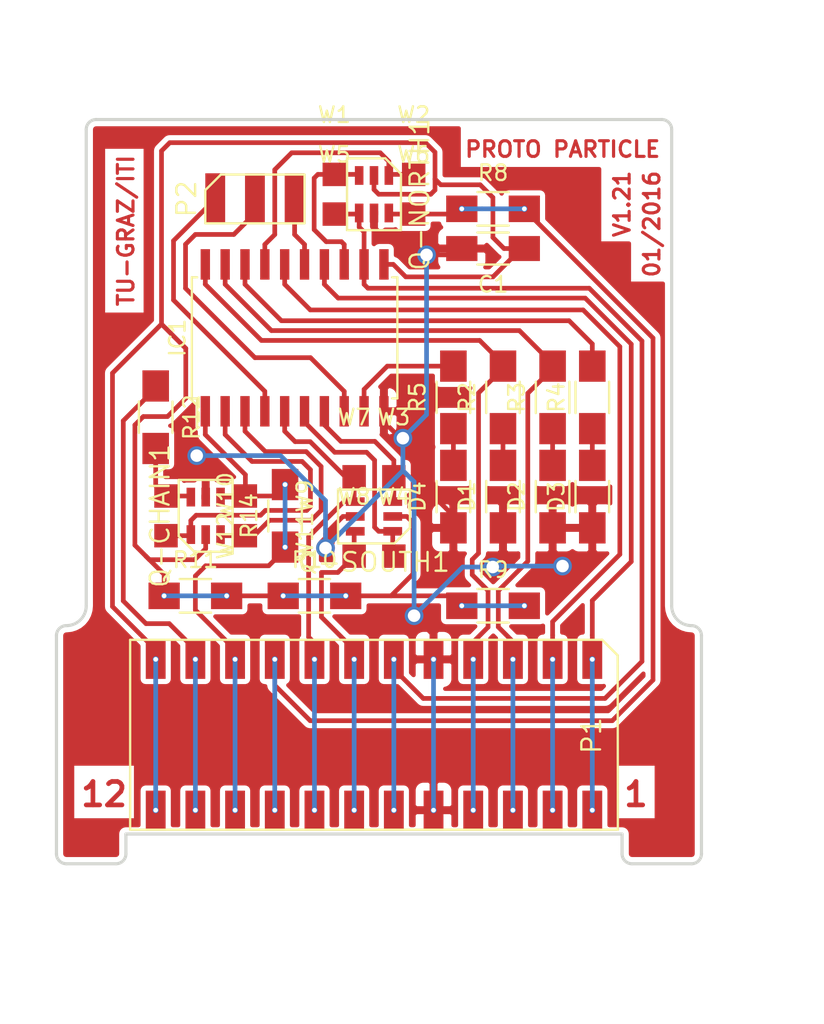
<source format=kicad_pcb>
(kicad_pcb (version 4) (host pcbnew 4.0.1-3.201512221401+6198~38~ubuntu15.10.1-stable)

  (general
    (links 79)
    (no_connects 0)
    (area 126.899999 83.719999 168.375001 131.545001)
    (thickness 1.6)
    (drawings 32)
    (tracks 351)
    (zones 0)
    (modules 33)
    (nets 29)
  )

  (page A4)
  (title_block
    (title "Programmable Matter Particle")
    (date 2016-01-28)
    (rev 0.1)
    (company "Graz University of Technology")
    (comment 1 "Institute of Technical Informatics")
  )

  (layers
    (0 F.Cu signal)
    (31 B.Cu signal)
    (32 B.Adhes user)
    (33 F.Adhes user)
    (34 B.Paste user)
    (35 F.Paste user)
    (36 B.SilkS user)
    (37 F.SilkS user)
    (38 B.Mask user)
    (39 F.Mask user)
    (40 Dwgs.User user)
    (41 Cmts.User user)
    (42 Eco1.User user)
    (43 Eco2.User user)
    (44 Edge.Cuts user)
    (45 Margin user)
    (46 B.CrtYd user)
    (47 F.CrtYd user)
    (48 B.Fab user)
    (49 F.Fab user)
  )

  (setup
    (last_trace_width 0.3)
    (trace_clearance 0.33)
    (zone_clearance 0.33)
    (zone_45_only no)
    (trace_min 0.2)
    (segment_width 0.2)
    (edge_width 0.2)
    (via_size 1.2)
    (via_drill 0.8)
    (via_min_size 0.4)
    (via_min_drill 0.3)
    (uvia_size 0.3)
    (uvia_drill 0.1)
    (uvias_allowed no)
    (uvia_min_size 0.2)
    (uvia_min_drill 0.1)
    (pcb_text_width 0.3)
    (pcb_text_size 1.5 1.5)
    (mod_edge_width 0.15)
    (mod_text_size 1 1)
    (mod_text_width 0.15)
    (pad_size 1.524 1.524)
    (pad_drill 0.762)
    (pad_to_mask_clearance 0.2)
    (aux_axis_origin 0 0)
    (visible_elements FFFFFF1F)
    (pcbplotparams
      (layerselection 0x00030_80000001)
      (usegerberextensions false)
      (excludeedgelayer true)
      (linewidth 0.100000)
      (plotframeref false)
      (viasonmask false)
      (mode 1)
      (useauxorigin false)
      (hpglpennumber 1)
      (hpglpenspeed 20)
      (hpglpendiameter 15)
      (hpglpenoverlay 2)
      (psnegative false)
      (psa4output false)
      (plotreference true)
      (plotvalue true)
      (plotinvisibletext false)
      (padsonsilk false)
      (subtractmaskfromsilk false)
      (outputformat 1)
      (mirror false)
      (drillshape 1)
      (scaleselection 1)
      (outputdirectory ""))
  )

  (net 0 "")
  (net 1 GND)
  (net 2 "Net-(D1-Pad2)")
  (net 3 "Net-(D2-Pad2)")
  (net 4 "Net-(D3-Pad2)")
  (net 5 "Net-(D4-Pad2)")
  (net 6 /TX-NORTH)
  (net 7 /TX-SOUTH)
  (net 8 /RX-SOUTH)
  (net 9 /PWR/TX-SOUTH)
  (net 10 /SW_PWR/RX-SOUTH)
  (net 11 /PWR/TX-CHAIN)
  (net 12 /SW_PWR/RX-CHAIN)
  (net 13 /RX-CHAIN)
  (net 14 /TP3)
  (net 15 /TP2)
  (net 16 /ERROR)
  (net 17 VCC)
  (net 18 /RX-NORTH)
  (net 19 /SW_PWR/RX-NORTH)
  (net 20 /TP1)
  (net 21 /PWR/TX-NORTH)
  (net 22 /STATUS1)
  (net 23 /SCK)
  (net 24 /RESET)
  (net 25 "Net-(Q-CHAIN1-Pad6)")
  (net 26 /TX-CHAIN)
  (net 27 /MISO/TXuart)
  (net 28 /MOSI/RXuart)

  (net_class Default "This is the default net class."
    (clearance 0.33)
    (trace_width 0.3)
    (via_dia 1.2)
    (via_drill 0.8)
    (uvia_dia 0.3)
    (uvia_drill 0.1)
    (add_net /ERROR)
    (add_net /MISO/TXuart)
    (add_net /MOSI/RXuart)
    (add_net /PWR/TX-CHAIN)
    (add_net /PWR/TX-NORTH)
    (add_net /PWR/TX-SOUTH)
    (add_net /RESET)
    (add_net /RX-CHAIN)
    (add_net /RX-NORTH)
    (add_net /RX-SOUTH)
    (add_net /SCK)
    (add_net /STATUS1)
    (add_net /SW_PWR/RX-CHAIN)
    (add_net /SW_PWR/RX-NORTH)
    (add_net /SW_PWR/RX-SOUTH)
    (add_net /TP1)
    (add_net /TP2)
    (add_net /TP3)
    (add_net /TX-CHAIN)
    (add_net /TX-NORTH)
    (add_net /TX-SOUTH)
    (add_net GND)
    (add_net "Net-(D1-Pad2)")
    (add_net "Net-(D2-Pad2)")
    (add_net "Net-(D3-Pad2)")
    (add_net "Net-(D4-Pad2)")
    (add_net "Net-(Q-CHAIN1-Pad6)")
    (add_net VCC)
  )

  (module CONN_SMT_FCI_01x12_RIGHT_ANGLED-71607-312LF:01x12-FCI-71607-312LF (layer F.Cu) (tedit 56A9CBB4) (tstamp 56A9CF96)
    (at 147.32 123.19 180)
    (path /56A8F3DC)
    (fp_text reference P1 (at -13.9192 -0.0508 270) (layer F.SilkS)
      (effects (font (size 1.2 1.2) (thickness 0.15)))
    )
    (fp_text value INTERFACE (at 0 0 180) (layer F.Fab)
      (effects (font (size 1.2 1.2) (thickness 0.15)))
    )
    (fp_line (start -15.5956 5.08) (end -14.5956 6.08) (layer F.SilkS) (width 0.15))
    (fp_line (start -15.605 -6.075) (end -15.5956 5.08) (layer F.SilkS) (width 0.15))
    (fp_line (start -14.5956 6.075) (end 15.605 6.075) (layer F.SilkS) (width 0.15))
    (fp_line (start 15.605 6.075) (end 15.605 -6.075) (layer F.SilkS) (width 0.15))
    (fp_line (start 15.605 -6.075) (end -15.605 -6.075) (layer F.SilkS) (width 0.15))
    (pad 1 smd rect (at -13.97 -4.825 180) (size 1.27 2.5) (layers F.Cu F.Paste F.Mask)
      (net 24 /RESET))
    (pad 1 smd rect (at -13.97 4.825 180) (size 1.27 2.5) (layers F.Cu F.Paste F.Mask)
      (net 24 /RESET))
    (pad 2 smd rect (at -11.43 -4.825 180) (size 1.27 2.5) (layers F.Cu F.Paste F.Mask)
      (net 23 /SCK))
    (pad 2 smd rect (at -11.43 4.825 180) (size 1.27 2.5) (layers F.Cu F.Paste F.Mask)
      (net 23 /SCK))
    (pad 3 smd rect (at -8.89 -4.825 180) (size 1.27 2.5) (layers F.Cu F.Paste F.Mask)
      (net 27 /MISO/TXuart))
    (pad 3 smd rect (at -8.89 4.825 180) (size 1.27 2.5) (layers F.Cu F.Paste F.Mask)
      (net 27 /MISO/TXuart))
    (pad 4 smd rect (at -6.35 -4.825 180) (size 1.27 2.5) (layers F.Cu F.Paste F.Mask)
      (net 28 /MOSI/RXuart))
    (pad 4 smd rect (at -6.35 4.825 180) (size 1.27 2.5) (layers F.Cu F.Paste F.Mask)
      (net 28 /MOSI/RXuart))
    (pad 5 smd rect (at -3.81 -4.825 180) (size 1.27 2.5) (layers F.Cu F.Paste F.Mask)
      (net 1 GND))
    (pad 5 smd rect (at -3.81 4.825 180) (size 1.27 2.5) (layers F.Cu F.Paste F.Mask)
      (net 1 GND))
    (pad 6 smd rect (at -1.27 -4.825 180) (size 1.27 2.5) (layers F.Cu F.Paste F.Mask)
      (net 18 /RX-NORTH))
    (pad 6 smd rect (at -1.27 4.825 180) (size 1.27 2.5) (layers F.Cu F.Paste F.Mask)
      (net 18 /RX-NORTH))
    (pad 7 smd rect (at 1.27 -4.825 180) (size 1.27 2.5) (layers F.Cu F.Paste F.Mask)
      (net 7 /TX-SOUTH))
    (pad 7 smd rect (at 1.27 4.825 180) (size 1.27 2.5) (layers F.Cu F.Paste F.Mask)
      (net 7 /TX-SOUTH))
    (pad 8 smd rect (at 3.81 -4.825 180) (size 1.27 2.5) (layers F.Cu F.Paste F.Mask)
      (net 8 /RX-SOUTH))
    (pad 8 smd rect (at 3.81 4.825 180) (size 1.27 2.5) (layers F.Cu F.Paste F.Mask)
      (net 8 /RX-SOUTH))
    (pad 9 smd rect (at 6.35 -4.825 180) (size 1.27 2.5) (layers F.Cu F.Paste F.Mask)
      (net 6 /TX-NORTH))
    (pad 9 smd rect (at 6.35 4.825 180) (size 1.27 2.5) (layers F.Cu F.Paste F.Mask)
      (net 6 /TX-NORTH))
    (pad 10 smd rect (at 8.89 -4.825 180) (size 1.27 2.5) (layers F.Cu F.Paste F.Mask)
      (net 13 /RX-CHAIN))
    (pad 10 smd rect (at 8.89 4.825 180) (size 1.27 2.5) (layers F.Cu F.Paste F.Mask)
      (net 13 /RX-CHAIN))
    (pad 11 smd rect (at 11.43 -4.825 180) (size 1.27 2.5) (layers F.Cu F.Paste F.Mask)
      (net 26 /TX-CHAIN))
    (pad 11 smd rect (at 11.43 4.825 180) (size 1.27 2.5) (layers F.Cu F.Paste F.Mask)
      (net 26 /TX-CHAIN))
    (pad 12 smd rect (at 13.97 -4.825 180) (size 1.27 2.5) (layers F.Cu F.Paste F.Mask)
      (net 17 VCC))
    (pad 12 smd rect (at 13.97 4.825 180) (size 1.27 2.5) (layers F.Cu F.Paste F.Mask)
      (net 17 VCC))
    (model ${KIPRJMOD}/3d/CONN_SMT_FCI_01x12_RIGHT_ANGLED-71607-312LF.wrl
      (at (xyz 0 0 0))
      (scale (xyz 0.3937 0.3937 0.3937))
      (rotate (xyz 0 0 0))
    )
  )

  (module Housings_SOIC:SOIC-20_7.5x12.8mm_Pitch1.27mm (layer F.Cu) (tedit 54130A77) (tstamp 56A8E533)
    (at 142.24 97.79 90)
    (descr "20-Lead Plastic Small Outline (SO) - Wide, 7.50 mm Body [SOIC] (see Microchip Packaging Specification 00000049BS.pdf)")
    (tags "SOIC 1.27")
    (path /56A8C6DB)
    (attr smd)
    (fp_text reference IC1 (at 0 -7.5 90) (layer F.SilkS)
      (effects (font (size 1 1) (thickness 0.15)))
    )
    (fp_text value ATTINY1634-SU (at 0 7.5 90) (layer F.Fab)
      (effects (font (size 1 1) (thickness 0.15)))
    )
    (fp_line (start -5.95 -6.75) (end -5.95 6.75) (layer F.CrtYd) (width 0.05))
    (fp_line (start 5.95 -6.75) (end 5.95 6.75) (layer F.CrtYd) (width 0.05))
    (fp_line (start -5.95 -6.75) (end 5.95 -6.75) (layer F.CrtYd) (width 0.05))
    (fp_line (start -5.95 6.75) (end 5.95 6.75) (layer F.CrtYd) (width 0.05))
    (fp_line (start -3.875 -6.575) (end -3.875 -6.24) (layer F.SilkS) (width 0.15))
    (fp_line (start 3.875 -6.575) (end 3.875 -6.24) (layer F.SilkS) (width 0.15))
    (fp_line (start 3.875 6.575) (end 3.875 6.24) (layer F.SilkS) (width 0.15))
    (fp_line (start -3.875 6.575) (end -3.875 6.24) (layer F.SilkS) (width 0.15))
    (fp_line (start -3.875 -6.575) (end 3.875 -6.575) (layer F.SilkS) (width 0.15))
    (fp_line (start -3.875 6.575) (end 3.875 6.575) (layer F.SilkS) (width 0.15))
    (fp_line (start -3.875 -6.24) (end -5.675 -6.24) (layer F.SilkS) (width 0.15))
    (pad 1 smd rect (at -4.7 -5.715 90) (size 1.95 0.6) (layers F.Cu F.Paste F.Mask)
      (net 13 /RX-CHAIN))
    (pad 2 smd rect (at -4.7 -4.445 90) (size 1.95 0.6) (layers F.Cu F.Paste F.Mask)
      (net 11 /PWR/TX-CHAIN))
    (pad 3 smd rect (at -4.7 -3.175 90) (size 1.95 0.6) (layers F.Cu F.Paste F.Mask)
      (net 12 /SW_PWR/RX-CHAIN))
    (pad 4 smd rect (at -4.7 -1.905 90) (size 1.95 0.6) (layers F.Cu F.Paste F.Mask)
      (net 14 /TP3))
    (pad 5 smd rect (at -4.7 -0.635 90) (size 1.95 0.6) (layers F.Cu F.Paste F.Mask)
      (net 8 /RX-SOUTH))
    (pad 6 smd rect (at -4.7 0.635 90) (size 1.95 0.6) (layers F.Cu F.Paste F.Mask)
      (net 9 /PWR/TX-SOUTH))
    (pad 7 smd rect (at -4.7 1.905 90) (size 1.95 0.6) (layers F.Cu F.Paste F.Mask)
      (net 10 /SW_PWR/RX-SOUTH))
    (pad 8 smd rect (at -4.7 3.175 90) (size 1.95 0.6) (layers F.Cu F.Paste F.Mask)
      (net 15 /TP2))
    (pad 9 smd rect (at -4.7 4.445 90) (size 1.95 0.6) (layers F.Cu F.Paste F.Mask)
      (net 16 /ERROR))
    (pad 10 smd rect (at -4.7 5.715 90) (size 1.95 0.6) (layers F.Cu F.Paste F.Mask)
      (net 1 GND))
    (pad 11 smd rect (at 4.7 5.715 90) (size 1.95 0.6) (layers F.Cu F.Paste F.Mask)
      (net 17 VCC))
    (pad 12 smd rect (at 4.7 4.445 90) (size 1.95 0.6) (layers F.Cu F.Paste F.Mask)
      (net 18 /RX-NORTH))
    (pad 13 smd rect (at 4.7 3.175 90) (size 1.95 0.6) (layers F.Cu F.Paste F.Mask)
      (net 19 /SW_PWR/RX-NORTH))
    (pad 14 smd rect (at 4.7 1.905 90) (size 1.95 0.6) (layers F.Cu F.Paste F.Mask)
      (net 24 /RESET))
    (pad 15 smd rect (at 4.7 0.635 90) (size 1.95 0.6) (layers F.Cu F.Paste F.Mask)
      (net 20 /TP1))
    (pad 16 smd rect (at 4.7 -0.635 90) (size 1.95 0.6) (layers F.Cu F.Paste F.Mask)
      (net 23 /SCK))
    (pad 17 smd rect (at 4.7 -1.905 90) (size 1.95 0.6) (layers F.Cu F.Paste F.Mask)
      (net 21 /PWR/TX-NORTH))
    (pad 18 smd rect (at 4.7 -3.175 90) (size 1.95 0.6) (layers F.Cu F.Paste F.Mask)
      (net 22 /STATUS1))
    (pad 19 smd rect (at 4.7 -4.445 90) (size 1.95 0.6) (layers F.Cu F.Paste F.Mask)
      (net 27 /MISO/TXuart))
    (pad 20 smd rect (at 4.7 -5.715 90) (size 1.95 0.6) (layers F.Cu F.Paste F.Mask)
      (net 28 /MOSI/RXuart))
    (model Housings_SOIC.3dshapes/SOIC-20_7.5x12.8mm_Pitch1.27mm.wrl
      (at (xyz 0 0 0))
      (scale (xyz 1 1 1))
      (rotate (xyz 0 0 0))
    )
  )

  (module sot26:SOT-26 (layer F.Cu) (tedit 56818D0C) (tstamp 56A8FE15)
    (at 147.32 88.6 180)
    (path /56A8C70E)
    (fp_text reference Q-NORTH1 (at -2.925 0 270) (layer F.SilkS)
      (effects (font (size 1.2 1.2) (thickness 0.15)))
    )
    (fp_text value DMC2700UDM-7 (at 0 0 180) (layer F.Fab)
      (effects (font (size 1.2 1.2) (thickness 0.15)))
    )
    (fp_line (start -1.725 1.3) (end -0.725 2.3) (layer F.SilkS) (width 0.15))
    (fp_line (start -1.725 -2.3) (end -1.725 1.3) (layer F.SilkS) (width 0.15))
    (fp_line (start -1.725 -2.3) (end 1.725 -2.3) (layer F.SilkS) (width 0.15))
    (fp_line (start 1.725 2.3) (end 1.725 -2.3) (layer F.SilkS) (width 0.15))
    (fp_line (start 1.725 2.3) (end -0.725 2.3) (layer F.SilkS) (width 0.15))
    (pad 6 smd rect (at -0.95 -1.2 180) (size 0.55 1.2) (layers F.Cu F.Paste F.Mask)
      (net 6 /TX-NORTH))
    (pad 1 smd rect (at -0.95 1.2 180) (size 0.55 1.2) (layers F.Cu F.Paste F.Mask)
      (net 21 /PWR/TX-NORTH))
    (pad 5 smd rect (at 0 -1.2 180) (size 0.55 1.2) (layers F.Cu F.Paste F.Mask)
      (net 1 GND))
    (pad 2 smd rect (at 0 1.2 180) (size 0.55 1.2) (layers F.Cu F.Paste F.Mask)
      (net 17 VCC))
    (pad 4 smd rect (at 0.95 -1.2 180) (size 0.55 1.2) (layers F.Cu F.Paste F.Mask)
      (net 18 /RX-NORTH))
    (pad 3 smd rect (at 0.95 1.2 180) (size 0.55 1.2) (layers F.Cu F.Paste F.Mask)
      (net 19 /SW_PWR/RX-NORTH))
    (model ${KIPRJMOD}/3d/SOT_26.wrl
      (at (xyz 0 0 0))
      (scale (xyz 0.3937 0.3937 0.3937))
      (rotate (xyz 0 0 0))
    )
  )

  (module Resistors_SMD:R_1206_HandSoldering (layer F.Cu) (tedit 5418A20D) (tstamp 56A8E4FD)
    (at 155.575 107.95 90)
    (descr "Resistor SMD 1206, hand soldering")
    (tags "resistor 1206")
    (path /56A8C6E5)
    (attr smd)
    (fp_text reference D1 (at 0 -2.3 90) (layer F.SilkS)
      (effects (font (size 1 1) (thickness 0.15)))
    )
    (fp_text value HEARTBEAT (at 0 2.3 90) (layer F.Fab)
      (effects (font (size 1 1) (thickness 0.15)))
    )
    (fp_line (start -3.3 -1.2) (end 3.3 -1.2) (layer F.CrtYd) (width 0.05))
    (fp_line (start -3.3 1.2) (end 3.3 1.2) (layer F.CrtYd) (width 0.05))
    (fp_line (start -3.3 -1.2) (end -3.3 1.2) (layer F.CrtYd) (width 0.05))
    (fp_line (start 3.3 -1.2) (end 3.3 1.2) (layer F.CrtYd) (width 0.05))
    (fp_line (start 1 1.075) (end -1 1.075) (layer F.SilkS) (width 0.15))
    (fp_line (start -1 -1.075) (end 1 -1.075) (layer F.SilkS) (width 0.15))
    (pad 1 smd rect (at -2 0 90) (size 2 1.7) (layers F.Cu F.Paste F.Mask)
      (net 1 GND))
    (pad 2 smd rect (at 2 0 90) (size 2 1.7) (layers F.Cu F.Paste F.Mask)
      (net 2 "Net-(D1-Pad2)"))
    (model ${KIPRJMOD}/3d/LED_SMD_1206_GREEN.wrl
      (at (xyz 0 0 0))
      (scale (xyz 0.3937 0.3937 0.3937))
      (rotate (xyz 0 0 0))
    )
  )

  (module Resistors_SMD:R_1206_HandSoldering (layer F.Cu) (tedit 5418A20D) (tstamp 56A8E503)
    (at 158.75 107.95 90)
    (descr "Resistor SMD 1206, hand soldering")
    (tags "resistor 1206")
    (path /56A8C6E7)
    (attr smd)
    (fp_text reference D2 (at 0 -2.3 90) (layer F.SilkS)
      (effects (font (size 1 1) (thickness 0.15)))
    )
    (fp_text value STATUS0 (at 0 2.3 90) (layer F.Fab)
      (effects (font (size 1 1) (thickness 0.15)))
    )
    (fp_line (start -3.3 -1.2) (end 3.3 -1.2) (layer F.CrtYd) (width 0.05))
    (fp_line (start -3.3 1.2) (end 3.3 1.2) (layer F.CrtYd) (width 0.05))
    (fp_line (start -3.3 -1.2) (end -3.3 1.2) (layer F.CrtYd) (width 0.05))
    (fp_line (start 3.3 -1.2) (end 3.3 1.2) (layer F.CrtYd) (width 0.05))
    (fp_line (start 1 1.075) (end -1 1.075) (layer F.SilkS) (width 0.15))
    (fp_line (start -1 -1.075) (end 1 -1.075) (layer F.SilkS) (width 0.15))
    (pad 1 smd rect (at -2 0 90) (size 2 1.7) (layers F.Cu F.Paste F.Mask)
      (net 1 GND))
    (pad 2 smd rect (at 2 0 90) (size 2 1.7) (layers F.Cu F.Paste F.Mask)
      (net 3 "Net-(D2-Pad2)"))
    (model ${KIPRJMOD}/3d/LED_SMD_1206_ORANGE.wrl
      (at (xyz 0 0 0))
      (scale (xyz 0.3937 0.3937 0.3937))
      (rotate (xyz 0 0 0))
    )
  )

  (module Resistors_SMD:R_1206_HandSoldering (layer F.Cu) (tedit 5418A20D) (tstamp 56A8E509)
    (at 161.29 107.95 90)
    (descr "Resistor SMD 1206, hand soldering")
    (tags "resistor 1206")
    (path /56A8C6F9)
    (attr smd)
    (fp_text reference D3 (at 0 -2.3 90) (layer F.SilkS)
      (effects (font (size 1 1) (thickness 0.15)))
    )
    (fp_text value STATUS1 (at 0 2.3 90) (layer F.Fab)
      (effects (font (size 1 1) (thickness 0.15)))
    )
    (fp_line (start -3.3 -1.2) (end 3.3 -1.2) (layer F.CrtYd) (width 0.05))
    (fp_line (start -3.3 1.2) (end 3.3 1.2) (layer F.CrtYd) (width 0.05))
    (fp_line (start -3.3 -1.2) (end -3.3 1.2) (layer F.CrtYd) (width 0.05))
    (fp_line (start 3.3 -1.2) (end 3.3 1.2) (layer F.CrtYd) (width 0.05))
    (fp_line (start 1 1.075) (end -1 1.075) (layer F.SilkS) (width 0.15))
    (fp_line (start -1 -1.075) (end 1 -1.075) (layer F.SilkS) (width 0.15))
    (pad 1 smd rect (at -2 0 90) (size 2 1.7) (layers F.Cu F.Paste F.Mask)
      (net 1 GND))
    (pad 2 smd rect (at 2 0 90) (size 2 1.7) (layers F.Cu F.Paste F.Mask)
      (net 4 "Net-(D3-Pad2)"))
    (model ${KIPRJMOD}/3d/LED_SMD_1206_ORANGE.wrl
      (at (xyz 0 0 0))
      (scale (xyz 0.3937 0.3937 0.3937))
      (rotate (xyz 0 0 0))
    )
  )

  (module Resistors_SMD:R_1206_HandSoldering (layer F.Cu) (tedit 5418A20D) (tstamp 56A8E50F)
    (at 152.4 107.95 90)
    (descr "Resistor SMD 1206, hand soldering")
    (tags "resistor 1206")
    (path /56A8C6E9)
    (attr smd)
    (fp_text reference D4 (at 0 -2.3 90) (layer F.SilkS)
      (effects (font (size 1 1) (thickness 0.15)))
    )
    (fp_text value ERROR (at 0 2.3 90) (layer F.Fab)
      (effects (font (size 1 1) (thickness 0.15)))
    )
    (fp_line (start -3.3 -1.2) (end 3.3 -1.2) (layer F.CrtYd) (width 0.05))
    (fp_line (start -3.3 1.2) (end 3.3 1.2) (layer F.CrtYd) (width 0.05))
    (fp_line (start -3.3 -1.2) (end -3.3 1.2) (layer F.CrtYd) (width 0.05))
    (fp_line (start 3.3 -1.2) (end 3.3 1.2) (layer F.CrtYd) (width 0.05))
    (fp_line (start 1 1.075) (end -1 1.075) (layer F.SilkS) (width 0.15))
    (fp_line (start -1 -1.075) (end 1 -1.075) (layer F.SilkS) (width 0.15))
    (pad 1 smd rect (at -2 0 90) (size 2 1.7) (layers F.Cu F.Paste F.Mask)
      (net 1 GND))
    (pad 2 smd rect (at 2 0 90) (size 2 1.7) (layers F.Cu F.Paste F.Mask)
      (net 5 "Net-(D4-Pad2)"))
    (model ${KIPRJMOD}/3d/LED_SMD_1206_RED.wrl
      (at (xyz 0 0 0))
      (scale (xyz 0.3937 0.3937 0.3937))
      (rotate (xyz 0 0 0))
    )
  )

  (module Resistors_SMD:R_1206_HandSoldering (layer F.Cu) (tedit 5418A20D) (tstamp 56A8E58D)
    (at 155.575 101.6 90)
    (descr "Resistor SMD 1206, hand soldering")
    (tags "resistor 1206")
    (path /56A8C6E6)
    (attr smd)
    (fp_text reference R2 (at 0 -2.3 90) (layer F.SilkS)
      (effects (font (size 1 1) (thickness 0.15)))
    )
    (fp_text value 1k2 (at 0 2.3 90) (layer F.Fab)
      (effects (font (size 1 1) (thickness 0.15)))
    )
    (fp_line (start -3.3 -1.2) (end 3.3 -1.2) (layer F.CrtYd) (width 0.05))
    (fp_line (start -3.3 1.2) (end 3.3 1.2) (layer F.CrtYd) (width 0.05))
    (fp_line (start -3.3 -1.2) (end -3.3 1.2) (layer F.CrtYd) (width 0.05))
    (fp_line (start 3.3 -1.2) (end 3.3 1.2) (layer F.CrtYd) (width 0.05))
    (fp_line (start 1 1.075) (end -1 1.075) (layer F.SilkS) (width 0.15))
    (fp_line (start -1 -1.075) (end 1 -1.075) (layer F.SilkS) (width 0.15))
    (pad 1 smd rect (at -2 0 90) (size 2 1.7) (layers F.Cu F.Paste F.Mask)
      (net 2 "Net-(D1-Pad2)"))
    (pad 2 smd rect (at 2 0 90) (size 2 1.7) (layers F.Cu F.Paste F.Mask)
      (net 28 /MOSI/RXuart))
    (model Resistors_SMD.3dshapes/R_1206_HandSoldering.wrl
      (at (xyz 0 0 0))
      (scale (xyz 1 1 1))
      (rotate (xyz 0 0 0))
    )
  )

  (module Resistors_SMD:R_1206_HandSoldering (layer F.Cu) (tedit 5418A20D) (tstamp 56A8E593)
    (at 158.75 101.6 90)
    (descr "Resistor SMD 1206, hand soldering")
    (tags "resistor 1206")
    (path /56A8C6E8)
    (attr smd)
    (fp_text reference R3 (at 0 -2.3 90) (layer F.SilkS)
      (effects (font (size 1 1) (thickness 0.15)))
    )
    (fp_text value 1k2 (at 0 2.3 90) (layer F.Fab)
      (effects (font (size 1 1) (thickness 0.15)))
    )
    (fp_line (start -3.3 -1.2) (end 3.3 -1.2) (layer F.CrtYd) (width 0.05))
    (fp_line (start -3.3 1.2) (end 3.3 1.2) (layer F.CrtYd) (width 0.05))
    (fp_line (start -3.3 -1.2) (end -3.3 1.2) (layer F.CrtYd) (width 0.05))
    (fp_line (start 3.3 -1.2) (end 3.3 1.2) (layer F.CrtYd) (width 0.05))
    (fp_line (start 1 1.075) (end -1 1.075) (layer F.SilkS) (width 0.15))
    (fp_line (start -1 -1.075) (end 1 -1.075) (layer F.SilkS) (width 0.15))
    (pad 1 smd rect (at -2 0 90) (size 2 1.7) (layers F.Cu F.Paste F.Mask)
      (net 3 "Net-(D2-Pad2)"))
    (pad 2 smd rect (at 2 0 90) (size 2 1.7) (layers F.Cu F.Paste F.Mask)
      (net 27 /MISO/TXuart))
    (model Resistors_SMD.3dshapes/R_1206_HandSoldering.wrl
      (at (xyz 0 0 0))
      (scale (xyz 1 1 1))
      (rotate (xyz 0 0 0))
    )
  )

  (module Resistors_SMD:R_1206_HandSoldering (layer F.Cu) (tedit 5418A20D) (tstamp 56A8E599)
    (at 161.29 101.6 90)
    (descr "Resistor SMD 1206, hand soldering")
    (tags "resistor 1206")
    (path /56A8C6FA)
    (attr smd)
    (fp_text reference R4 (at 0 -2.3 90) (layer F.SilkS)
      (effects (font (size 1 1) (thickness 0.15)))
    )
    (fp_text value 1k2 (at 0 2.3 90) (layer F.Fab)
      (effects (font (size 1 1) (thickness 0.15)))
    )
    (fp_line (start -3.3 -1.2) (end 3.3 -1.2) (layer F.CrtYd) (width 0.05))
    (fp_line (start -3.3 1.2) (end 3.3 1.2) (layer F.CrtYd) (width 0.05))
    (fp_line (start -3.3 -1.2) (end -3.3 1.2) (layer F.CrtYd) (width 0.05))
    (fp_line (start 3.3 -1.2) (end 3.3 1.2) (layer F.CrtYd) (width 0.05))
    (fp_line (start 1 1.075) (end -1 1.075) (layer F.SilkS) (width 0.15))
    (fp_line (start -1 -1.075) (end 1 -1.075) (layer F.SilkS) (width 0.15))
    (pad 1 smd rect (at -2 0 90) (size 2 1.7) (layers F.Cu F.Paste F.Mask)
      (net 4 "Net-(D3-Pad2)"))
    (pad 2 smd rect (at 2 0 90) (size 2 1.7) (layers F.Cu F.Paste F.Mask)
      (net 22 /STATUS1))
    (model Resistors_SMD.3dshapes/R_1206_HandSoldering.wrl
      (at (xyz 0 0 0))
      (scale (xyz 1 1 1))
      (rotate (xyz 0 0 0))
    )
  )

  (module Resistors_SMD:R_1206_HandSoldering (layer F.Cu) (tedit 5418A20D) (tstamp 56A8E59F)
    (at 152.4 101.6 90)
    (descr "Resistor SMD 1206, hand soldering")
    (tags "resistor 1206")
    (path /56A8C6EA)
    (attr smd)
    (fp_text reference R5 (at 0 -2.3 90) (layer F.SilkS)
      (effects (font (size 1 1) (thickness 0.15)))
    )
    (fp_text value 1k2 (at 0 2.3 90) (layer F.Fab)
      (effects (font (size 1 1) (thickness 0.15)))
    )
    (fp_line (start -3.3 -1.2) (end 3.3 -1.2) (layer F.CrtYd) (width 0.05))
    (fp_line (start -3.3 1.2) (end 3.3 1.2) (layer F.CrtYd) (width 0.05))
    (fp_line (start -3.3 -1.2) (end -3.3 1.2) (layer F.CrtYd) (width 0.05))
    (fp_line (start 3.3 -1.2) (end 3.3 1.2) (layer F.CrtYd) (width 0.05))
    (fp_line (start 1 1.075) (end -1 1.075) (layer F.SilkS) (width 0.15))
    (fp_line (start -1 -1.075) (end 1 -1.075) (layer F.SilkS) (width 0.15))
    (pad 1 smd rect (at -2 0 90) (size 2 1.7) (layers F.Cu F.Paste F.Mask)
      (net 5 "Net-(D4-Pad2)"))
    (pad 2 smd rect (at 2 0 90) (size 2 1.7) (layers F.Cu F.Paste F.Mask)
      (net 16 /ERROR))
    (model Resistors_SMD.3dshapes/R_1206_HandSoldering.wrl
      (at (xyz 0 0 0))
      (scale (xyz 1 1 1))
      (rotate (xyz 0 0 0))
    )
  )

  (module Resistors_SMD:R_1206_HandSoldering (layer F.Cu) (tedit 5418A20D) (tstamp 56A8E5B1)
    (at 154.94 89.535)
    (descr "Resistor SMD 1206, hand soldering")
    (tags "resistor 1206")
    (path /56A8C6EE)
    (attr smd)
    (fp_text reference R8 (at 0 -2.3) (layer F.SilkS)
      (effects (font (size 1 1) (thickness 0.15)))
    )
    (fp_text value 0R (at 0 2.3) (layer F.Fab)
      (effects (font (size 1 1) (thickness 0.15)))
    )
    (fp_line (start -3.3 -1.2) (end 3.3 -1.2) (layer F.CrtYd) (width 0.05))
    (fp_line (start -3.3 1.2) (end 3.3 1.2) (layer F.CrtYd) (width 0.05))
    (fp_line (start -3.3 -1.2) (end -3.3 1.2) (layer F.CrtYd) (width 0.05))
    (fp_line (start 3.3 -1.2) (end 3.3 1.2) (layer F.CrtYd) (width 0.05))
    (fp_line (start 1 1.075) (end -1 1.075) (layer F.SilkS) (width 0.15))
    (fp_line (start -1 -1.075) (end 1 -1.075) (layer F.SilkS) (width 0.15))
    (pad 1 smd rect (at -2 0) (size 2 1.7) (layers F.Cu F.Paste F.Mask)
      (net 6 /TX-NORTH))
    (pad 2 smd rect (at 2 0) (size 2 1.7) (layers F.Cu F.Paste F.Mask)
      (net 6 /TX-NORTH))
    (model Resistors_SMD.3dshapes/R_1206_HandSoldering.wrl
      (at (xyz 0 0 0))
      (scale (xyz 1 1 1))
      (rotate (xyz 0 0 0))
    )
  )

  (module Resistors_SMD:R_1206_HandSoldering (layer F.Cu) (tedit 5418A20D) (tstamp 56A8E5B7)
    (at 154.94 114.935)
    (descr "Resistor SMD 1206, hand soldering")
    (tags "resistor 1206")
    (path /56A8C6ED)
    (attr smd)
    (fp_text reference R9 (at 0 -2.3) (layer F.SilkS)
      (effects (font (size 1 1) (thickness 0.15)))
    )
    (fp_text value 0R (at 0 2.3) (layer F.Fab)
      (effects (font (size 1 1) (thickness 0.15)))
    )
    (fp_line (start -3.3 -1.2) (end 3.3 -1.2) (layer F.CrtYd) (width 0.05))
    (fp_line (start -3.3 1.2) (end 3.3 1.2) (layer F.CrtYd) (width 0.05))
    (fp_line (start -3.3 -1.2) (end -3.3 1.2) (layer F.CrtYd) (width 0.05))
    (fp_line (start 3.3 -1.2) (end 3.3 1.2) (layer F.CrtYd) (width 0.05))
    (fp_line (start 1 1.075) (end -1 1.075) (layer F.SilkS) (width 0.15))
    (fp_line (start -1 -1.075) (end 1 -1.075) (layer F.SilkS) (width 0.15))
    (pad 1 smd rect (at -2 0) (size 2 1.7) (layers F.Cu F.Paste F.Mask)
      (net 17 VCC))
    (pad 2 smd rect (at 2 0) (size 2 1.7) (layers F.Cu F.Paste F.Mask)
      (net 17 VCC))
    (model Resistors_SMD.3dshapes/R_1206_HandSoldering.wrl
      (at (xyz 0 0 0))
      (scale (xyz 1 1 1))
      (rotate (xyz 0 0 0))
    )
  )

  (module Resistors_SMD:R_1206_HandSoldering (layer F.Cu) (tedit 5418A20D) (tstamp 56A8E5BD)
    (at 143.51 114.3)
    (descr "Resistor SMD 1206, hand soldering")
    (tags "resistor 1206")
    (path /56A8C6F0)
    (attr smd)
    (fp_text reference R10 (at 0 -2.3) (layer F.SilkS)
      (effects (font (size 1 1) (thickness 0.15)))
    )
    (fp_text value 0R (at 0 2.3) (layer F.Fab)
      (effects (font (size 1 1) (thickness 0.15)))
    )
    (fp_line (start -3.3 -1.2) (end 3.3 -1.2) (layer F.CrtYd) (width 0.05))
    (fp_line (start -3.3 1.2) (end 3.3 1.2) (layer F.CrtYd) (width 0.05))
    (fp_line (start -3.3 -1.2) (end -3.3 1.2) (layer F.CrtYd) (width 0.05))
    (fp_line (start 3.3 -1.2) (end 3.3 1.2) (layer F.CrtYd) (width 0.05))
    (fp_line (start 1 1.075) (end -1 1.075) (layer F.SilkS) (width 0.15))
    (fp_line (start -1 -1.075) (end 1 -1.075) (layer F.SilkS) (width 0.15))
    (pad 1 smd rect (at -2 0) (size 2 1.7) (layers F.Cu F.Paste F.Mask)
      (net 17 VCC))
    (pad 2 smd rect (at 2 0) (size 2 1.7) (layers F.Cu F.Paste F.Mask)
      (net 17 VCC))
    (model Resistors_SMD.3dshapes/R_1206_HandSoldering.wrl
      (at (xyz 0 0 0))
      (scale (xyz 1 1 1))
      (rotate (xyz 0 0 0))
    )
  )

  (module Resistors_SMD:R_1206_HandSoldering (layer F.Cu) (tedit 5418A20D) (tstamp 56A8E5C3)
    (at 135.89 114.3)
    (descr "Resistor SMD 1206, hand soldering")
    (tags "resistor 1206")
    (path /56A8C6F6)
    (attr smd)
    (fp_text reference R11 (at 0 -2.3) (layer F.SilkS)
      (effects (font (size 1 1) (thickness 0.15)))
    )
    (fp_text value 0R (at 0 2.3) (layer F.Fab)
      (effects (font (size 1 1) (thickness 0.15)))
    )
    (fp_line (start -3.3 -1.2) (end 3.3 -1.2) (layer F.CrtYd) (width 0.05))
    (fp_line (start -3.3 1.2) (end 3.3 1.2) (layer F.CrtYd) (width 0.05))
    (fp_line (start -3.3 -1.2) (end -3.3 1.2) (layer F.CrtYd) (width 0.05))
    (fp_line (start 3.3 -1.2) (end 3.3 1.2) (layer F.CrtYd) (width 0.05))
    (fp_line (start 1 1.075) (end -1 1.075) (layer F.SilkS) (width 0.15))
    (fp_line (start -1 -1.075) (end 1 -1.075) (layer F.SilkS) (width 0.15))
    (pad 1 smd rect (at -2 0) (size 2 1.7) (layers F.Cu F.Paste F.Mask)
      (net 17 VCC))
    (pad 2 smd rect (at 2 0) (size 2 1.7) (layers F.Cu F.Paste F.Mask)
      (net 17 VCC))
    (model Resistors_SMD.3dshapes/R_1206_HandSoldering.wrl
      (at (xyz 0 0 0))
      (scale (xyz 1 1 1))
      (rotate (xyz 0 0 0))
    )
  )

  (module Resistors_SMD:R_1206_HandSoldering (layer F.Cu) (tedit 5418A20D) (tstamp 56A8E5C9)
    (at 133.35 102.87 270)
    (descr "Resistor SMD 1206, hand soldering")
    (tags "resistor 1206")
    (path /56A8C70F)
    (attr smd)
    (fp_text reference R12 (at 0 -2.3 270) (layer F.SilkS)
      (effects (font (size 1 1) (thickness 0.15)))
    )
    (fp_text value 1k2 (at 0 2.3 270) (layer F.Fab)
      (effects (font (size 1 1) (thickness 0.15)))
    )
    (fp_line (start -3.3 -1.2) (end 3.3 -1.2) (layer F.CrtYd) (width 0.05))
    (fp_line (start -3.3 1.2) (end 3.3 1.2) (layer F.CrtYd) (width 0.05))
    (fp_line (start -3.3 -1.2) (end -3.3 1.2) (layer F.CrtYd) (width 0.05))
    (fp_line (start 3.3 -1.2) (end 3.3 1.2) (layer F.CrtYd) (width 0.05))
    (fp_line (start 1 1.075) (end -1 1.075) (layer F.SilkS) (width 0.15))
    (fp_line (start -1 -1.075) (end 1 -1.075) (layer F.SilkS) (width 0.15))
    (pad 1 smd rect (at -2 0 270) (size 2 1.7) (layers F.Cu F.Paste F.Mask)
      (net 26 /TX-CHAIN))
    (pad 2 smd rect (at 2 0 270) (size 2 1.7) (layers F.Cu F.Paste F.Mask)
      (net 25 "Net-(Q-CHAIN1-Pad6)"))
    (model Resistors_SMD.3dshapes/R_1206_HandSoldering.wrl
      (at (xyz 0 0 0))
      (scale (xyz 1 1 1))
      (rotate (xyz 0 0 0))
    )
  )

  (module Measurement_Points:Measurement_Point_Square-SMD-Pad_Small (layer F.Cu) (tedit 0) (tstamp 56A8EEAF)
    (at 144.78 87.33)
    (descr "Mesurement Point, Square, SMD Pad,  1.5mm x 1.5mm,")
    (tags "Mesurement Point, Square, SMD Pad, 1.5mm x 1.5mm,")
    (path /56A94549)
    (fp_text reference W1 (at 0 -3.81) (layer F.SilkS)
      (effects (font (size 1 1) (thickness 0.15)))
    )
    (fp_text value TP1-N (at 2.54 3.81) (layer F.Fab)
      (effects (font (size 1 1) (thickness 0.15)))
    )
    (pad 1 smd rect (at 0 0) (size 1.50114 1.50114) (layers F.Cu F.Paste F.Mask)
      (net 19 /SW_PWR/RX-NORTH))
  )

  (module Measurement_Points:Measurement_Point_Square-SMD-Pad_Small (layer F.Cu) (tedit 0) (tstamp 56A8EEB4)
    (at 149.86 87.33)
    (descr "Mesurement Point, Square, SMD Pad,  1.5mm x 1.5mm,")
    (tags "Mesurement Point, Square, SMD Pad, 1.5mm x 1.5mm,")
    (path /56A93461)
    (fp_text reference W2 (at 0 -3.81) (layer F.SilkS)
      (effects (font (size 1 1) (thickness 0.15)))
    )
    (fp_text value TP3-N (at 2.54 3.81) (layer F.Fab)
      (effects (font (size 1 1) (thickness 0.15)))
    )
    (pad 1 smd rect (at 0 0) (size 1.50114 1.50114) (layers F.Cu F.Paste F.Mask)
      (net 21 /PWR/TX-NORTH))
  )

  (module Measurement_Points:Measurement_Point_Square-SMD-Pad_Small (layer F.Cu) (tedit 0) (tstamp 56A8EEB9)
    (at 148.59 106.68)
    (descr "Mesurement Point, Square, SMD Pad,  1.5mm x 1.5mm,")
    (tags "Mesurement Point, Square, SMD Pad, 1.5mm x 1.5mm,")
    (path /56A93D71)
    (fp_text reference W3 (at 0 -3.81) (layer F.SilkS)
      (effects (font (size 1 1) (thickness 0.15)))
    )
    (fp_text value TP1-S (at 2.54 3.81) (layer F.Fab)
      (effects (font (size 1 1) (thickness 0.15)))
    )
    (pad 1 smd rect (at 0 0) (size 1.50114 1.50114) (layers F.Cu F.Paste F.Mask)
      (net 10 /SW_PWR/RX-SOUTH))
  )

  (module Measurement_Points:Measurement_Point_Square-SMD-Pad_Small (layer F.Cu) (tedit 0) (tstamp 56A8EEBE)
    (at 148.59 111.76)
    (descr "Mesurement Point, Square, SMD Pad,  1.5mm x 1.5mm,")
    (tags "Mesurement Point, Square, SMD Pad, 1.5mm x 1.5mm,")
    (path /56A93E8E)
    (fp_text reference W4 (at 0 -3.81) (layer F.SilkS)
      (effects (font (size 1 1) (thickness 0.15)))
    )
    (fp_text value TP3-S (at 2.54 3.81) (layer F.Fab)
      (effects (font (size 1 1) (thickness 0.15)))
    )
    (pad 1 smd rect (at 0 0) (size 1.50114 1.50114) (layers F.Cu F.Paste F.Mask)
      (net 9 /PWR/TX-SOUTH))
  )

  (module Measurement_Points:Measurement_Point_Square-SMD-Pad_Small (layer F.Cu) (tedit 0) (tstamp 56A8EEC3)
    (at 144.78 89.87)
    (descr "Mesurement Point, Square, SMD Pad,  1.5mm x 1.5mm,")
    (tags "Mesurement Point, Square, SMD Pad, 1.5mm x 1.5mm,")
    (path /56A937C8)
    (fp_text reference W5 (at 0 -3.81) (layer F.SilkS)
      (effects (font (size 1 1) (thickness 0.15)))
    )
    (fp_text value TP2-N (at 2.54 3.81) (layer F.Fab)
      (effects (font (size 1 1) (thickness 0.15)))
    )
    (pad 1 smd rect (at 0 0) (size 1.50114 1.50114) (layers F.Cu F.Paste F.Mask)
      (net 18 /RX-NORTH))
  )

  (module Measurement_Points:Measurement_Point_Square-SMD-Pad_Small (layer F.Cu) (tedit 0) (tstamp 56A8EEC8)
    (at 149.86 89.87)
    (descr "Mesurement Point, Square, SMD Pad,  1.5mm x 1.5mm,")
    (tags "Mesurement Point, Square, SMD Pad, 1.5mm x 1.5mm,")
    (path /56A94472)
    (fp_text reference W6 (at 0 -3.81) (layer F.SilkS)
      (effects (font (size 1 1) (thickness 0.15)))
    )
    (fp_text value TP4-N (at 2.54 3.81) (layer F.Fab)
      (effects (font (size 1 1) (thickness 0.15)))
    )
    (pad 1 smd rect (at 0 0) (size 1.50114 1.50114) (layers F.Cu F.Paste F.Mask)
      (net 6 /TX-NORTH))
  )

  (module Measurement_Points:Measurement_Point_Square-SMD-Pad_Small (layer F.Cu) (tedit 0) (tstamp 56A8EECD)
    (at 146.05 106.68)
    (descr "Mesurement Point, Square, SMD Pad,  1.5mm x 1.5mm,")
    (tags "Mesurement Point, Square, SMD Pad, 1.5mm x 1.5mm,")
    (path /56A95683)
    (fp_text reference W7 (at 0 -3.81) (layer F.SilkS)
      (effects (font (size 1 1) (thickness 0.15)))
    )
    (fp_text value TP2-S (at 2.54 3.81) (layer F.Fab)
      (effects (font (size 1 1) (thickness 0.15)))
    )
    (pad 1 smd rect (at 0 0) (size 1.50114 1.50114) (layers F.Cu F.Paste F.Mask)
      (net 8 /RX-SOUTH))
  )

  (module Measurement_Points:Measurement_Point_Square-SMD-Pad_Small (layer F.Cu) (tedit 0) (tstamp 56A8EED2)
    (at 146.05 111.76)
    (descr "Mesurement Point, Square, SMD Pad,  1.5mm x 1.5mm,")
    (tags "Mesurement Point, Square, SMD Pad, 1.5mm x 1.5mm,")
    (path /56A94EDF)
    (fp_text reference W8 (at 0 -3.81) (layer F.SilkS)
      (effects (font (size 1 1) (thickness 0.15)))
    )
    (fp_text value TP4-S (at 2.54 3.81) (layer F.Fab)
      (effects (font (size 1 1) (thickness 0.15)))
    )
    (pad 1 smd rect (at 0 0) (size 1.50114 1.50114) (layers F.Cu F.Paste F.Mask)
      (net 7 /TX-SOUTH))
  )

  (module Measurement_Points:Measurement_Point_Square-SMD-Pad_Small (layer F.Cu) (tedit 0) (tstamp 56A8EED7)
    (at 139.089429 107.910571 270)
    (descr "Mesurement Point, Square, SMD Pad,  1.5mm x 1.5mm,")
    (tags "Mesurement Point, Square, SMD Pad, 1.5mm x 1.5mm,")
    (path /56A95C63)
    (fp_text reference W9 (at 0 -3.81 270) (layer F.SilkS)
      (effects (font (size 1 1) (thickness 0.15)))
    )
    (fp_text value TP1-C (at 2.54 3.81 270) (layer F.Fab)
      (effects (font (size 1 1) (thickness 0.15)))
    )
    (pad 1 smd rect (at 0 0 270) (size 1.50114 1.50114) (layers F.Cu F.Paste F.Mask)
      (net 13 /RX-CHAIN))
  )

  (module Measurement_Points:Measurement_Point_Square-SMD-Pad_Small (layer F.Cu) (tedit 0) (tstamp 56A8EEDC)
    (at 134.009429 107.910571 270)
    (descr "Mesurement Point, Square, SMD Pad,  1.5mm x 1.5mm,")
    (tags "Mesurement Point, Square, SMD Pad, 1.5mm x 1.5mm,")
    (path /56A95B30)
    (fp_text reference W10 (at 0 -3.81 270) (layer F.SilkS)
      (effects (font (size 1 1) (thickness 0.15)))
    )
    (fp_text value TP3-C (at 2.54 3.81 270) (layer F.Fab)
      (effects (font (size 1 1) (thickness 0.15)))
    )
    (pad 1 smd rect (at 0 0 270) (size 1.50114 1.50114) (layers F.Cu F.Paste F.Mask)
      (net 25 "Net-(Q-CHAIN1-Pad6)"))
  )

  (module Measurement_Points:Measurement_Point_Square-SMD-Pad_Small (layer F.Cu) (tedit 0) (tstamp 56A8EEE1)
    (at 139.089429 110.450571 270)
    (descr "Mesurement Point, Square, SMD Pad,  1.5mm x 1.5mm,")
    (tags "Mesurement Point, Square, SMD Pad, 1.5mm x 1.5mm,")
    (path /56A940CA)
    (fp_text reference W11 (at 0 -3.81 270) (layer F.SilkS)
      (effects (font (size 1 1) (thickness 0.15)))
    )
    (fp_text value TP2-C (at 2.54 3.81 270) (layer F.Fab)
      (effects (font (size 1 1) (thickness 0.15)))
    )
    (pad 1 smd rect (at 0 0 270) (size 1.50114 1.50114) (layers F.Cu F.Paste F.Mask)
      (net 12 /SW_PWR/RX-CHAIN))
  )

  (module Measurement_Points:Measurement_Point_Square-SMD-Pad_Small (layer F.Cu) (tedit 0) (tstamp 56A8EEE6)
    (at 134.009429 110.450571 270)
    (descr "Mesurement Point, Square, SMD Pad,  1.5mm x 1.5mm,")
    (tags "Mesurement Point, Square, SMD Pad, 1.5mm x 1.5mm,")
    (path /56A94153)
    (fp_text reference W12 (at 0 -3.81 270) (layer F.SilkS)
      (effects (font (size 1 1) (thickness 0.15)))
    )
    (fp_text value TP4-C (at 2.54 3.81 270) (layer F.Fab)
      (effects (font (size 1 1) (thickness 0.15)))
    )
    (pad 1 smd rect (at 0 0 270) (size 1.50114 1.50114) (layers F.Cu F.Paste F.Mask)
      (net 11 /PWR/TX-CHAIN))
  )

  (module sot26:SOT-26 (layer F.Cu) (tedit 56818D0C) (tstamp 56A8FE07)
    (at 136.549429 109.180571)
    (path /56A8C6DF)
    (fp_text reference Q-CHAIN1 (at -2.925 0 90) (layer F.SilkS)
      (effects (font (size 1.2 1.2) (thickness 0.15)))
    )
    (fp_text value DMC2700UDM-7 (at 0 0) (layer F.Fab)
      (effects (font (size 1.2 1.2) (thickness 0.15)))
    )
    (fp_line (start -1.725 1.3) (end -0.725 2.3) (layer F.SilkS) (width 0.15))
    (fp_line (start -1.725 -2.3) (end -1.725 1.3) (layer F.SilkS) (width 0.15))
    (fp_line (start -1.725 -2.3) (end 1.725 -2.3) (layer F.SilkS) (width 0.15))
    (fp_line (start 1.725 2.3) (end 1.725 -2.3) (layer F.SilkS) (width 0.15))
    (fp_line (start 1.725 2.3) (end -0.725 2.3) (layer F.SilkS) (width 0.15))
    (pad 6 smd rect (at -0.95 -1.2) (size 0.55 1.2) (layers F.Cu F.Paste F.Mask)
      (net 25 "Net-(Q-CHAIN1-Pad6)"))
    (pad 1 smd rect (at -0.95 1.2) (size 0.55 1.2) (layers F.Cu F.Paste F.Mask)
      (net 11 /PWR/TX-CHAIN))
    (pad 5 smd rect (at 0 -1.2) (size 0.55 1.2) (layers F.Cu F.Paste F.Mask)
      (net 1 GND))
    (pad 2 smd rect (at 0 1.2) (size 0.55 1.2) (layers F.Cu F.Paste F.Mask)
      (net 17 VCC))
    (pad 4 smd rect (at 0.95 -1.2) (size 0.55 1.2) (layers F.Cu F.Paste F.Mask)
      (net 13 /RX-CHAIN))
    (pad 3 smd rect (at 0.95 1.2) (size 0.55 1.2) (layers F.Cu F.Paste F.Mask)
      (net 12 /SW_PWR/RX-CHAIN))
    (model ${KIPRJMOD}/3d/SOT_26.wrl
      (at (xyz 0 0 0))
      (scale (xyz 0.3937 0.3937 0.3937))
      (rotate (xyz 0 0 0))
    )
  )

  (module sot26:SOT-26 (layer F.Cu) (tedit 56818D0C) (tstamp 56A8FE23)
    (at 147.32 109.22 90)
    (path /56A8C6DE)
    (fp_text reference Q-SOUTH1 (at -2.925 0 180) (layer F.SilkS)
      (effects (font (size 1.2 1.2) (thickness 0.15)))
    )
    (fp_text value DMC2700UDM-7 (at 0 0 90) (layer F.Fab)
      (effects (font (size 1.2 1.2) (thickness 0.15)))
    )
    (fp_line (start -1.725 1.3) (end -0.725 2.3) (layer F.SilkS) (width 0.15))
    (fp_line (start -1.725 -2.3) (end -1.725 1.3) (layer F.SilkS) (width 0.15))
    (fp_line (start -1.725 -2.3) (end 1.725 -2.3) (layer F.SilkS) (width 0.15))
    (fp_line (start 1.725 2.3) (end 1.725 -2.3) (layer F.SilkS) (width 0.15))
    (fp_line (start 1.725 2.3) (end -0.725 2.3) (layer F.SilkS) (width 0.15))
    (pad 6 smd rect (at -0.95 -1.2 90) (size 0.55 1.2) (layers F.Cu F.Paste F.Mask)
      (net 7 /TX-SOUTH))
    (pad 1 smd rect (at -0.95 1.2 90) (size 0.55 1.2) (layers F.Cu F.Paste F.Mask)
      (net 9 /PWR/TX-SOUTH))
    (pad 5 smd rect (at 0 -1.2 90) (size 0.55 1.2) (layers F.Cu F.Paste F.Mask)
      (net 1 GND))
    (pad 2 smd rect (at 0 1.2 90) (size 0.55 1.2) (layers F.Cu F.Paste F.Mask)
      (net 17 VCC))
    (pad 4 smd rect (at 0.95 -1.2 90) (size 0.55 1.2) (layers F.Cu F.Paste F.Mask)
      (net 8 /RX-SOUTH))
    (pad 3 smd rect (at 0.95 1.2 90) (size 0.55 1.2) (layers F.Cu F.Paste F.Mask)
      (net 10 /SW_PWR/RX-SOUTH))
    (model ${KIPRJMOD}/3d/SOT_26.wrl
      (at (xyz 0 0 0))
      (scale (xyz 0.3937 0.3937 0.3937))
      (rotate (xyz 0 0 0))
    )
  )

  (module SMT_PIN_HEADER:CONN-1x3 (layer F.Cu) (tedit 568AA9B6) (tstamp 56A901B6)
    (at 139.7 88.9)
    (path /56A8C711)
    (fp_text reference P2 (at -4.375 0 90) (layer F.SilkS)
      (effects (font (size 1.2 1.2) (thickness 0.15)))
    )
    (fp_text value MCU_TEST (at 0 0) (layer F.Fab)
      (effects (font (size 1.2 1.2) (thickness 0.15)))
    )
    (fp_line (start -2.175 -1.56) (end -3.175 -0.56) (layer F.SilkS) (width 0.15))
    (fp_line (start -3.175 1.56) (end -3.175 -0.56) (layer F.SilkS) (width 0.15))
    (fp_line (start -3.175 1.56) (end 3.175 1.56) (layer F.SilkS) (width 0.15))
    (fp_line (start 3.175 1.56) (end 3.175 -1.56) (layer F.SilkS) (width 0.15))
    (fp_line (start 3.175 -1.56) (end -2.175 -1.56) (layer F.SilkS) (width 0.15))
    (pad 1 smd rect (at -2.54 -0.04) (size 1.27 3.2) (layers F.Cu F.Paste F.Mask)
      (net 14 /TP3))
    (pad 2 smd rect (at 0 -0.04) (size 1.27 3.2) (layers F.Cu F.Paste F.Mask)
      (net 15 /TP2))
    (pad 3 smd rect (at 2.54 -0.04) (size 1.27 3.2) (layers F.Cu F.Paste F.Mask)
      (net 20 /TP1))
    (model ${KIPRJMOD}/3d/CONN_HEAD_254_1x3.wrl
      (at (xyz 0 -0.1 0))
      (scale (xyz 0.3937 0.3937 0.3937))
      (rotate (xyz 0 0 180))
    )
  )

  (module Resistors_SMD:R_1206_HandSoldering (layer F.Cu) (tedit 5418A20D) (tstamp 56A9D4AD)
    (at 141.629429 109.180571 90)
    (descr "Resistor SMD 1206, hand soldering")
    (tags "resistor 1206")
    (path /56A9EEA9)
    (attr smd)
    (fp_text reference R14 (at 0 -2.3 90) (layer F.SilkS)
      (effects (font (size 1 1) (thickness 0.15)))
    )
    (fp_text value 0R (at 0 2.3 90) (layer F.Fab)
      (effects (font (size 1 1) (thickness 0.15)))
    )
    (fp_line (start -3.3 -1.2) (end 3.3 -1.2) (layer F.CrtYd) (width 0.05))
    (fp_line (start -3.3 1.2) (end 3.3 1.2) (layer F.CrtYd) (width 0.05))
    (fp_line (start -3.3 -1.2) (end -3.3 1.2) (layer F.CrtYd) (width 0.05))
    (fp_line (start 3.3 -1.2) (end 3.3 1.2) (layer F.CrtYd) (width 0.05))
    (fp_line (start 1 1.075) (end -1 1.075) (layer F.SilkS) (width 0.15))
    (fp_line (start -1 -1.075) (end 1 -1.075) (layer F.SilkS) (width 0.15))
    (pad 1 smd rect (at -2 0 90) (size 2 1.7) (layers F.Cu F.Paste F.Mask)
      (net 13 /RX-CHAIN))
    (pad 2 smd rect (at 2 0 90) (size 2 1.7) (layers F.Cu F.Paste F.Mask)
      (net 13 /RX-CHAIN))
    (model Resistors_SMD.3dshapes/R_1206_HandSoldering.wrl
      (at (xyz 0 0 0))
      (scale (xyz 1 1 1))
      (rotate (xyz 0 0 0))
    )
  )

  (module Capacitors_SMD:C_1206_HandSoldering (layer F.Cu) (tedit 541A9C03) (tstamp 56ADEFEC)
    (at 154.94 92.075 180)
    (descr "Capacitor SMD 1206, hand soldering")
    (tags "capacitor 1206")
    (path /56ADF2A8)
    (attr smd)
    (fp_text reference C1 (at 0 -2.3 180) (layer F.SilkS)
      (effects (font (size 1 1) (thickness 0.15)))
    )
    (fp_text value 100nF (at 0 2.3 180) (layer F.Fab)
      (effects (font (size 1 1) (thickness 0.15)))
    )
    (fp_line (start -3.3 -1.15) (end 3.3 -1.15) (layer F.CrtYd) (width 0.05))
    (fp_line (start -3.3 1.15) (end 3.3 1.15) (layer F.CrtYd) (width 0.05))
    (fp_line (start -3.3 -1.15) (end -3.3 1.15) (layer F.CrtYd) (width 0.05))
    (fp_line (start 3.3 -1.15) (end 3.3 1.15) (layer F.CrtYd) (width 0.05))
    (fp_line (start 1 -1.025) (end -1 -1.025) (layer F.SilkS) (width 0.15))
    (fp_line (start -1 1.025) (end 1 1.025) (layer F.SilkS) (width 0.15))
    (pad 1 smd rect (at -2 0 180) (size 2 1.6) (layers F.Cu F.Paste F.Mask)
      (net 17 VCC))
    (pad 2 smd rect (at 2 0 180) (size 2 1.6) (layers F.Cu F.Paste F.Mask)
      (net 1 GND))
    (model Capacitors_SMD.3dshapes/C_1206_HandSoldering.wrl
      (at (xyz 0 0 0))
      (scale (xyz 1 1 1))
      (rotate (xyz 0 0 0))
    )
  )

  (gr_text V1.21 (at 163.195 86.995 90) (layer F.Cu) (tstamp 56ADF3E2)
    (effects (font (size 1 1) (thickness 0.2)) (justify right))
  )
  (dimension 31.75 (width 0.3) (layer Dwgs.User)
    (gr_text "31,750 mm" (at 147.32 132.794999) (layer Dwgs.User)
      (effects (font (size 1.5 1.5) (thickness 0.3)))
    )
    (feature1 (pts (xy 163.195 130.175) (xy 163.195 134.144999)))
    (feature2 (pts (xy 131.445 130.175) (xy 131.445 134.144999)))
    (crossbar (pts (xy 131.445 131.444999) (xy 163.195 131.444999)))
    (arrow1a (pts (xy 163.195 131.444999) (xy 162.068496 132.03142)))
    (arrow1b (pts (xy 163.195 131.444999) (xy 162.068496 130.858578)))
    (arrow2a (pts (xy 131.445 131.444999) (xy 132.571504 132.03142)))
    (arrow2b (pts (xy 131.445 131.444999) (xy 132.571504 130.858578)))
  )
  (gr_arc (start 165.735 84.455) (end 165.735 83.82) (angle 90) (layer Edge.Cuts) (width 0.2) (tstamp 56AB08C6))
  (gr_arc (start 129.54 84.455) (end 128.905 84.455) (angle 90) (layer Edge.Cuts) (width 0.2) (tstamp 56AB08B6))
  (gr_arc (start 130.81 130.81) (end 131.445 130.81) (angle 90) (layer Edge.Cuts) (width 0.2) (tstamp 56AB0878))
  (gr_arc (start 127.635 130.81) (end 127.635 131.445) (angle 90) (layer Edge.Cuts) (width 0.2) (tstamp 56AB086E))
  (gr_arc (start 163.83 130.81) (end 163.83 131.445) (angle 90) (layer Edge.Cuts) (width 0.2) (tstamp 56AB0842))
  (gr_arc (start 167.64 130.81) (end 168.275 130.81) (angle 90) (layer Edge.Cuts) (width 0.2) (tstamp 56AB0834))
  (dimension 37.465 (width 0.3) (layer Dwgs.User)
    (gr_text "37,465 mm" (at 147.6375 78.025) (layer Dwgs.User)
      (effects (font (size 1.5 1.5) (thickness 0.3)))
    )
    (feature1 (pts (xy 166.37 83.82) (xy 166.37 76.675)))
    (feature2 (pts (xy 128.905 83.82) (xy 128.905 76.675)))
    (crossbar (pts (xy 128.905 79.375) (xy 166.37 79.375)))
    (arrow1a (pts (xy 166.37 79.375) (xy 165.243496 79.961421)))
    (arrow1b (pts (xy 166.37 79.375) (xy 165.243496 78.788579)))
    (arrow2a (pts (xy 128.905 79.375) (xy 130.031504 79.961421)))
    (arrow2b (pts (xy 128.905 79.375) (xy 130.031504 78.788579)))
  )
  (dimension 4.445 (width 0.3) (layer Dwgs.User)
    (gr_text "4,445 mm" (at 129.2225 146.32) (layer Dwgs.User) (tstamp 56AB0A72)
      (effects (font (size 1.5 1.5) (thickness 0.3)))
    )
    (feature1 (pts (xy 131.445 131.445) (xy 131.445 143.67)))
    (feature2 (pts (xy 127 131.445) (xy 127 143.67)))
    (crossbar (pts (xy 127 140.97) (xy 131.445 140.97)))
    (arrow1a (pts (xy 131.445 140.97) (xy 130.318496 141.556421)))
    (arrow1b (pts (xy 131.445 140.97) (xy 130.318496 140.383579)))
    (arrow2a (pts (xy 127 140.97) (xy 128.126504 141.556421)))
    (arrow2b (pts (xy 127 140.97) (xy 128.126504 140.383579)))
  )
  (dimension 5.08 (width 0.3) (layer Dwgs.User)
    (gr_text "5,080 mm" (at 165.735 146.32) (layer Dwgs.User)
      (effects (font (size 1.5 1.5) (thickness 0.3)))
    )
    (feature1 (pts (xy 168.275 131.445) (xy 168.275 143.67)))
    (feature2 (pts (xy 163.195 131.445) (xy 163.195 143.67)))
    (crossbar (pts (xy 163.195 140.97) (xy 168.275 140.97)))
    (arrow1a (pts (xy 168.275 140.97) (xy 167.148496 141.556421)))
    (arrow1b (pts (xy 168.275 140.97) (xy 167.148496 140.383579)))
    (arrow2a (pts (xy 163.195 140.97) (xy 164.321504 141.556421)))
    (arrow2b (pts (xy 163.195 140.97) (xy 164.321504 140.383579)))
  )
  (gr_arc (start 167.64 114.935) (end 167.64 116.205) (angle 90) (layer Edge.Cuts) (width 0.2) (tstamp 56AAF4EA))
  (gr_arc (start 167.64 116.84) (end 167.64 116.205) (angle 90) (layer Edge.Cuts) (width 0.2) (tstamp 56AAF4E9))
  (gr_arc (start 127.635 116.84) (end 127 116.84) (angle 90) (layer Edge.Cuts) (width 0.2))
  (gr_arc (start 127.635 114.935) (end 128.905 114.935) (angle 90) (layer Edge.Cuts) (width 0.2))
  (gr_line (start 168.275 130.81) (end 168.275 116.84) (layer Edge.Cuts) (width 0.2))
  (gr_line (start 163.83 131.445) (end 167.64 131.445) (layer Edge.Cuts) (width 0.2))
  (gr_line (start 163.195 129.54) (end 163.195 130.81) (layer Edge.Cuts) (width 0.2))
  (gr_line (start 131.445 130.81) (end 131.445 129.54) (layer Edge.Cuts) (width 0.2))
  (gr_line (start 127.635 131.445) (end 130.81 131.445) (layer Edge.Cuts) (width 0.2))
  (gr_line (start 127 116.84) (end 127 130.81) (layer Edge.Cuts) (width 0.2))
  (gr_text 12 (at 130.048 127) (layer F.Cu)
    (effects (font (size 1.5 1.5) (thickness 0.3)))
  )
  (gr_text 1 (at 164.084 127) (layer F.Cu)
    (effects (font (size 1.5 1.5) (thickness 0.3)))
  )
  (gr_text TU-GRAZ/ITI (at 131.445 90.932 90) (layer F.Cu) (tstamp 56AA2704)
    (effects (font (size 1 1) (thickness 0.2)))
  )
  (gr_text 01/2016 (at 165.1 86.995 90) (layer F.Cu)
    (effects (font (size 1 1) (thickness 0.2)) (justify right))
  )
  (gr_text "PROTO PARTICLE" (at 165.735 85.725) (layer F.Cu)
    (effects (font (size 1 1) (thickness 0.2)) (justify right))
  )
  (dimension 47.625 (width 0.3) (layer Dwgs.User)
    (gr_text "47,625 mm" (at 173.435 107.6325 270) (layer Dwgs.User)
      (effects (font (size 1.5 1.5) (thickness 0.3)))
    )
    (feature1 (pts (xy 166.37 131.445) (xy 174.785 131.445)))
    (feature2 (pts (xy 166.37 83.82) (xy 174.785 83.82)))
    (crossbar (pts (xy 172.085 83.82) (xy 172.085 131.445)))
    (arrow1a (pts (xy 172.085 131.445) (xy 171.498579 130.318496)))
    (arrow1b (pts (xy 172.085 131.445) (xy 172.671421 130.318496)))
    (arrow2a (pts (xy 172.085 83.82) (xy 171.498579 84.946504)))
    (arrow2b (pts (xy 172.085 83.82) (xy 172.671421 84.946504)))
  )
  (dimension 41.275 (width 0.3) (layer Dwgs.User)
    (gr_text "41,275 mm" (at 147.6375 136.605) (layer Dwgs.User) (tstamp 56AB0A23)
      (effects (font (size 1.5 1.5) (thickness 0.3)))
    )
    (feature1 (pts (xy 168.275 131.445) (xy 168.275 137.955)))
    (feature2 (pts (xy 127 131.445) (xy 127 137.955)))
    (crossbar (pts (xy 127 135.255) (xy 168.275 135.255)))
    (arrow1a (pts (xy 168.275 135.255) (xy 167.148496 135.841421)))
    (arrow1b (pts (xy 168.275 135.255) (xy 167.148496 134.668579)))
    (arrow2a (pts (xy 127 135.255) (xy 128.126504 135.841421)))
    (arrow2b (pts (xy 127 135.255) (xy 128.126504 134.668579)))
  )
  (gr_line (start 131.445 129.54) (end 163.195 129.54) (layer Edge.Cuts) (width 0.2))
  (gr_line (start 128.905 84.455) (end 128.905 114.935) (layer Edge.Cuts) (width 0.2))
  (gr_line (start 165.735 83.82) (end 129.54 83.82) (layer Edge.Cuts) (width 0.2))
  (gr_line (start 166.37 114.935) (end 166.37 84.455) (layer Edge.Cuts) (width 0.2))

  (segment (start 150.683271 92.479859) (end 152.535141 92.479859) (width 0.3) (layer F.Cu) (net 1))
  (segment (start 152.535141 92.479859) (end 152.94 92.075) (width 0.3) (layer F.Cu) (net 1))
  (segment (start 135.976871 105.326818) (end 141.339591 105.326818) (width 0.3) (layer B.Cu) (net 1))
  (segment (start 141.339591 105.326818) (end 144.217311 108.204538) (width 0.3) (layer B.Cu) (net 1))
  (segment (start 144.217311 108.204538) (end 144.217311 111.237089) (width 0.3) (layer B.Cu) (net 1))
  (segment (start 149.170598 104.2119) (end 150.455452 105.496754) (width 0.3) (layer F.Cu) (net 1))
  (segment (start 150.455452 105.496754) (end 150.455452 107.23208) (width 0.3) (layer F.Cu) (net 1))
  (segment (start 150.455452 107.23208) (end 152.4 109.176628) (width 0.3) (layer F.Cu) (net 1) (status 20))
  (segment (start 152.4 109.176628) (end 152.4 109.95) (width 0.3) (layer F.Cu) (net 1) (status 30))
  (segment (start 149.885 115.57) (end 149.885 106.998204) (width 0.3) (layer B.Cu) (net 1))
  (segment (start 149.885 106.998204) (end 149.170598 106.283802) (width 0.3) (layer B.Cu) (net 1))
  (segment (start 154.919829 112.455143) (end 152.999857 112.455143) (width 0.3) (layer B.Cu) (net 1))
  (segment (start 152.999857 112.455143) (end 149.885 115.57) (width 0.3) (layer B.Cu) (net 1))
  (segment (start 159.385 112.395) (end 154.979972 112.395) (width 0.3) (layer B.Cu) (net 1))
  (segment (start 154.979972 112.395) (end 154.919829 112.455143) (width 0.3) (layer B.Cu) (net 1))
  (segment (start 149.170598 104.2119) (end 149.170598 106.283802) (width 0.3) (layer B.Cu) (net 1))
  (segment (start 149.170598 106.283802) (end 144.217311 111.237089) (width 0.3) (layer B.Cu) (net 1))
  (segment (start 150.683271 92.479859) (end 150.683271 102.699227) (width 0.3) (layer B.Cu) (net 1))
  (segment (start 150.683271 102.699227) (end 149.170598 104.2119) (width 0.3) (layer B.Cu) (net 1))
  (via (at 149.885 115.57) (size 1.2) (drill 0.8) (layers F.Cu B.Cu) (net 1))
  (segment (start 151.13 118.365) (end 151.13 116.815) (width 0.3) (layer F.Cu) (net 1) (status 10))
  (segment (start 151.13 116.815) (end 149.885 115.57) (width 0.3) (layer F.Cu) (net 1))
  (segment (start 151.13 128.015) (end 151.13 118.365) (width 0.3) (layer B.Cu) (net 1))
  (via (at 151.13 118.365) (size 0.4) (drill 0.3) (layers F.Cu B.Cu) (net 1) (status 30))
  (via (at 151.13 128.015) (size 0.4) (drill 0.3) (layers F.Cu B.Cu) (net 1) (status 30))
  (segment (start 155.575 111.799972) (end 154.919829 112.455143) (width 0.3) (layer F.Cu) (net 1))
  (segment (start 155.575 109.95) (end 155.575 111.799972) (width 0.3) (layer F.Cu) (net 1) (status 10))
  (via (at 154.919829 112.455143) (size 1.2) (drill 0.8) (layers F.Cu B.Cu) (net 1))
  (segment (start 145.330998 109.22) (end 144.217311 110.333687) (width 0.3) (layer F.Cu) (net 1))
  (segment (start 144.217311 110.333687) (end 144.217311 111.237089) (width 0.3) (layer F.Cu) (net 1))
  (segment (start 146.12 109.22) (end 145.330998 109.22) (width 0.3) (layer F.Cu) (net 1) (status 10))
  (via (at 144.217311 111.237089) (size 1.2) (drill 0.8) (layers F.Cu B.Cu) (net 1))
  (segment (start 147.32 89.8) (end 147.32 90.7) (width 0.3) (layer F.Cu) (net 1) (status 10))
  (segment (start 147.959859 91.339859) (end 149.543271 91.339859) (width 0.3) (layer F.Cu) (net 1))
  (segment (start 147.32 90.7) (end 147.959859 91.339859) (width 0.3) (layer F.Cu) (net 1))
  (segment (start 149.543271 91.339859) (end 150.683271 92.479859) (width 0.3) (layer F.Cu) (net 1))
  (via (at 150.683271 92.479859) (size 1.2) (drill 0.8) (layers F.Cu B.Cu) (net 1))
  (segment (start 136.549429 105.899376) (end 135.976871 105.326818) (width 0.3) (layer F.Cu) (net 1))
  (segment (start 136.549429 107.980571) (end 136.549429 105.899376) (width 0.3) (layer F.Cu) (net 1) (status 10))
  (via (at 135.976871 105.326818) (size 1.2) (drill 0.8) (layers F.Cu B.Cu) (net 1))
  (via (at 159.385 112.395) (size 1.2) (drill 0.8) (layers F.Cu B.Cu) (net 1))
  (via (at 149.170598 104.2119) (size 1.2) (drill 0.8) (layers F.Cu B.Cu) (net 1))
  (segment (start 149.0019 104.2119) (end 149.170598 104.2119) (width 0.3) (layer F.Cu) (net 1))
  (segment (start 147.955 103.165) (end 149.0019 104.2119) (width 0.3) (layer F.Cu) (net 1) (status 10))
  (segment (start 147.955 102.49) (end 147.955 103.165) (width 0.3) (layer F.Cu) (net 1) (status 30))
  (segment (start 158.75 109.95) (end 158.75 111.76) (width 0.3) (layer F.Cu) (net 1) (status 10))
  (segment (start 158.75 111.76) (end 159.385 112.395) (width 0.3) (layer F.Cu) (net 1))
  (segment (start 158.75 109.95) (end 161.29 109.95) (width 0.3) (layer F.Cu) (net 1) (status 30))
  (segment (start 155.575 103.6) (end 155.575 105.95) (width 0.3) (layer F.Cu) (net 2) (status 30))
  (segment (start 158.75 103.6) (end 158.75 105.95) (width 0.3) (layer F.Cu) (net 3) (status 30))
  (segment (start 161.29 103.6) (end 161.29 105.95) (width 0.3) (layer F.Cu) (net 4) (status 30))
  (segment (start 152.4 103.6) (end 152.4 105.95) (width 0.3) (layer F.Cu) (net 5) (status 30))
  (segment (start 140.97 118.365) (end 140.97 120.022562) (width 0.3) (layer F.Cu) (net 6))
  (segment (start 143.237447 122.290009) (end 162.56901 122.290009) (width 0.3) (layer F.Cu) (net 6))
  (segment (start 165.175077 119.683942) (end 165.175077 97.803742) (width 0.3) (layer F.Cu) (net 6))
  (segment (start 156.94 89.568665) (end 156.94 89.535) (width 0.3) (layer F.Cu) (net 6))
  (segment (start 140.97 120.022562) (end 143.237447 122.290009) (width 0.3) (layer F.Cu) (net 6))
  (segment (start 162.56901 122.290009) (end 165.175077 119.683942) (width 0.3) (layer F.Cu) (net 6))
  (segment (start 165.175077 97.803742) (end 156.94 89.568665) (width 0.3) (layer F.Cu) (net 6))
  (segment (start 149.86 89.87) (end 152.605 89.87) (width 0.3) (layer F.Cu) (net 6))
  (segment (start 152.605 89.87) (end 152.94 89.535) (width 0.3) (layer F.Cu) (net 6))
  (segment (start 152.94 89.535) (end 154.24 89.535) (width 0.3) (layer B.Cu) (net 6))
  (segment (start 154.24 89.535) (end 156.94 89.535) (width 0.3) (layer B.Cu) (net 6))
  (via (at 156.94 89.535) (size 0.4) (drill 0.3) (layers F.Cu B.Cu) (net 6))
  (via (at 152.94 89.535) (size 0.4) (drill 0.3) (layers F.Cu B.Cu) (net 6))
  (segment (start 140.97 118.365) (end 140.97 128.015) (width 0.3) (layer B.Cu) (net 6))
  (via (at 140.97 128.015) (size 0.4) (drill 0.3) (layers F.Cu B.Cu) (net 6) (status 30))
  (via (at 140.97 118.365) (size 0.4) (drill 0.3) (layers F.Cu B.Cu) (net 6) (status 30))
  (segment (start 149.86 89.87) (end 150.055094 89.87) (width 0.3) (layer F.Cu) (net 6) (status 30))
  (segment (start 149.86 89.87) (end 148.34 89.87) (width 0.3) (layer F.Cu) (net 6) (status 30))
  (segment (start 148.34 89.87) (end 148.27 89.8) (width 0.3) (layer F.Cu) (net 6) (status 30))
  (segment (start 146.05 118.365) (end 146.05 119.915) (width 0.3) (layer B.Cu) (net 7))
  (segment (start 146.05 119.915) (end 146.05 128.015) (width 0.3) (layer B.Cu) (net 7))
  (via (at 146.05 128.015) (size 0.4) (drill 0.3) (layers F.Cu B.Cu) (net 7) (status 30))
  (via (at 146.05 118.365) (size 0.4) (drill 0.3) (layers F.Cu B.Cu) (net 7) (status 30))
  (segment (start 143.957426 112.802004) (end 143.957426 115.657426) (width 0.3) (layer F.Cu) (net 7))
  (segment (start 143.957426 115.657426) (end 146.05 117.75) (width 0.3) (layer F.Cu) (net 7) (status 20))
  (segment (start 146.05 117.75) (end 146.05 118.365) (width 0.3) (layer F.Cu) (net 7) (status 30))
  (segment (start 146.05 111.76) (end 145.007996 112.802004) (width 0.3) (layer F.Cu) (net 7) (status 10))
  (segment (start 145.007996 112.802004) (end 143.957426 112.802004) (width 0.3) (layer F.Cu) (net 7))
  (segment (start 146.05 111.76) (end 146.05 110.24) (width 0.3) (layer F.Cu) (net 7) (status 30))
  (segment (start 146.05 110.24) (end 146.12 110.17) (width 0.3) (layer F.Cu) (net 7) (status 30))
  (segment (start 143.51 128.015) (end 143.51 118.365) (width 0.3) (layer B.Cu) (net 8))
  (via (at 143.51 128.015) (size 0.4) (drill 0.3) (layers F.Cu B.Cu) (net 8) (status 30))
  (via (at 143.51 118.365) (size 0.4) (drill 0.3) (layers F.Cu B.Cu) (net 8) (status 30))
  (segment (start 146.12 108.27) (end 145.390028 108.27) (width 0.3) (layer F.Cu) (net 8) (status 10))
  (segment (start 145.390028 108.27) (end 143.13731 110.522718) (width 0.3) (layer F.Cu) (net 8))
  (segment (start 143.13731 110.522718) (end 143.13731 116.938451) (width 0.3) (layer F.Cu) (net 8))
  (segment (start 143.13731 116.938451) (end 143.51 117.311141) (width 0.3) (layer F.Cu) (net 8) (status 20))
  (segment (start 146.05 106.68) (end 145.483718 106.68) (width 0.3) (layer F.Cu) (net 8) (status 30))
  (segment (start 145.483718 106.68) (end 143.236302 104.432584) (width 0.3) (layer F.Cu) (net 8) (status 10))
  (segment (start 143.236302 104.432584) (end 142.272584 104.432584) (width 0.3) (layer F.Cu) (net 8))
  (segment (start 142.272584 104.432584) (end 141.605 103.765) (width 0.3) (layer F.Cu) (net 8))
  (segment (start 141.605 103.765) (end 141.605 102.49) (width 0.3) (layer F.Cu) (net 8) (status 20))
  (segment (start 146.05 106.68) (end 146.05 108.2) (width 0.3) (layer F.Cu) (net 8) (status 30))
  (segment (start 146.05 108.2) (end 146.12 108.27) (width 0.3) (layer F.Cu) (net 8) (status 30))
  (segment (start 145.542 106.172) (end 146.05 106.68) (width 0.3) (layer F.Cu) (net 8) (status 30))
  (segment (start 148.52 110.17) (end 147.62 110.17) (width 0.3) (layer F.Cu) (net 9) (status 10))
  (segment (start 147.62 110.17) (end 147.359429 109.909429) (width 0.3) (layer F.Cu) (net 9))
  (segment (start 147.359429 109.909429) (end 147.359429 105.624287) (width 0.3) (layer F.Cu) (net 9))
  (segment (start 147.359429 105.624287) (end 146.847699 105.112557) (width 0.3) (layer F.Cu) (net 9))
  (segment (start 146.847699 105.112557) (end 144.807243 105.112557) (width 0.3) (layer F.Cu) (net 9))
  (segment (start 144.807243 105.112557) (end 142.875 103.180314) (width 0.3) (layer F.Cu) (net 9) (status 20))
  (segment (start 142.875 103.180314) (end 142.875 102.49) (width 0.3) (layer F.Cu) (net 9) (status 30))
  (segment (start 148.52 110.17) (end 148.52 111.69) (width 0.3) (layer F.Cu) (net 9) (status 30))
  (segment (start 148.52 111.69) (end 148.59 111.76) (width 0.3) (layer F.Cu) (net 9) (status 30))
  (segment (start 144.145 102.49) (end 144.145 103.359002) (width 0.3) (layer F.Cu) (net 10) (status 30))
  (segment (start 144.145 103.359002) (end 145.200543 104.414545) (width 0.3) (layer F.Cu) (net 10) (status 10))
  (segment (start 145.200543 104.414545) (end 147.375115 104.414545) (width 0.3) (layer F.Cu) (net 10))
  (segment (start 147.375115 104.414545) (end 148.59 105.62943) (width 0.3) (layer F.Cu) (net 10))
  (segment (start 148.59 105.62943) (end 148.59 106.68) (width 0.3) (layer F.Cu) (net 10) (status 20))
  (segment (start 148.59 106.68) (end 148.59 108.2) (width 0.3) (layer F.Cu) (net 10) (status 30))
  (segment (start 148.59 108.2) (end 148.52 108.27) (width 0.3) (layer F.Cu) (net 10) (status 30))
  (segment (start 135.599429 110.380571) (end 135.599429 109.480571) (width 0.3) (layer F.Cu) (net 11) (status 10))
  (segment (start 143.251827 108.593791) (end 143.251827 106.230049) (width 0.3) (layer F.Cu) (net 11))
  (segment (start 137.795 103.980256) (end 137.795 102.49) (width 0.3) (layer F.Cu) (net 11) (status 20))
  (segment (start 135.599429 109.480571) (end 135.938858 109.141142) (width 0.3) (layer F.Cu) (net 11))
  (segment (start 135.938858 109.141142) (end 140.063886 109.141142) (width 0.3) (layer F.Cu) (net 11))
  (segment (start 140.063886 109.141142) (end 140.371538 108.83349) (width 0.3) (layer F.Cu) (net 11))
  (segment (start 140.371538 108.83349) (end 143.012128 108.83349) (width 0.3) (layer F.Cu) (net 11))
  (segment (start 143.012128 108.83349) (end 143.251827 108.593791) (width 0.3) (layer F.Cu) (net 11))
  (segment (start 143.251827 106.230049) (end 142.722348 105.70057) (width 0.3) (layer F.Cu) (net 11))
  (segment (start 142.722348 105.70057) (end 139.515314 105.70057) (width 0.3) (layer F.Cu) (net 11))
  (segment (start 139.515314 105.70057) (end 137.795 103.980256) (width 0.3) (layer F.Cu) (net 11))
  (segment (start 134.009429 110.450571) (end 135.529429 110.450571) (width 0.3) (layer F.Cu) (net 11) (status 30))
  (segment (start 135.529429 110.450571) (end 135.599429 110.380571) (width 0.3) (layer F.Cu) (net 11) (status 30))
  (segment (start 139.065 103.765) (end 139.065 102.49) (width 0.3) (layer F.Cu) (net 12) (status 20))
  (segment (start 140.370559 105.070559) (end 139.065 103.765) (width 0.3) (layer F.Cu) (net 12))
  (segment (start 142.983307 105.070559) (end 140.370559 105.070559) (width 0.3) (layer F.Cu) (net 12))
  (segment (start 143.934943 108.834115) (end 143.934943 106.022195) (width 0.3) (layer F.Cu) (net 12))
  (segment (start 140.632497 109.463501) (end 143.305557 109.463501) (width 0.3) (layer F.Cu) (net 12))
  (segment (start 139.089429 110.450571) (end 139.645427 110.450571) (width 0.3) (layer F.Cu) (net 12) (status 30))
  (segment (start 139.645427 110.450571) (end 140.632497 109.463501) (width 0.3) (layer F.Cu) (net 12) (status 10))
  (segment (start 143.934943 106.022195) (end 142.983307 105.070559) (width 0.3) (layer F.Cu) (net 12))
  (segment (start 143.305557 109.463501) (end 143.934943 108.834115) (width 0.3) (layer F.Cu) (net 12))
  (segment (start 139.089429 110.450571) (end 137.569429 110.450571) (width 0.3) (layer F.Cu) (net 12) (status 30))
  (segment (start 137.569429 110.450571) (end 137.499429 110.380571) (width 0.3) (layer F.Cu) (net 12) (status 30))
  (segment (start 138.43 128.015) (end 138.43 126.465) (width 0.3) (layer B.Cu) (net 13))
  (segment (start 138.43 126.465) (end 138.43 118.365) (width 0.3) (layer B.Cu) (net 13))
  (segment (start 141.629429 111.180571) (end 141.629429 107.180571) (width 0.3) (layer B.Cu) (net 13))
  (via (at 141.629429 111.180571) (size 0.4) (drill 0.3) (layers F.Cu B.Cu) (net 13) (status 30))
  (via (at 141.629429 107.180571) (size 0.4) (drill 0.3) (layers F.Cu B.Cu) (net 13) (status 30))
  (segment (start 139.089429 107.910571) (end 140.899429 107.910571) (width 0.3) (layer F.Cu) (net 13) (status 30))
  (segment (start 140.899429 107.910571) (end 141.629429 107.180571) (width 0.3) (layer F.Cu) (net 13) (status 30))
  (via (at 138.43 128.015) (size 0.4) (drill 0.3) (layers F.Cu B.Cu) (net 13) (status 30))
  (via (at 138.43 118.365) (size 0.4) (drill 0.3) (layers F.Cu B.Cu) (net 13) (status 30))
  (segment (start 135.89 113.027176) (end 135.89 115.21) (width 0.3) (layer F.Cu) (net 13))
  (segment (start 135.89 115.21) (end 138.43 117.75) (width 0.3) (layer F.Cu) (net 13) (status 20))
  (segment (start 138.43 117.75) (end 138.43 118.365) (width 0.3) (layer F.Cu) (net 13) (status 30))
  (segment (start 141.629429 111.180571) (end 141.629429 111.330571) (width 0.3) (layer F.Cu) (net 13) (status 30))
  (segment (start 141.629429 111.330571) (end 140.582374 112.377626) (width 0.3) (layer F.Cu) (net 13) (status 10))
  (segment (start 140.582374 112.377626) (end 136.53955 112.377626) (width 0.3) (layer F.Cu) (net 13))
  (segment (start 136.53955 112.377626) (end 135.89 113.027176) (width 0.3) (layer F.Cu) (net 13))
  (segment (start 141.629429 111.180571) (end 141.61916 111.180571) (width 0.3) (layer F.Cu) (net 13) (status 30))
  (segment (start 136.525 102.49) (end 136.525 103.983407) (width 0.3) (layer F.Cu) (net 13) (status 10))
  (segment (start 136.525 103.983407) (end 139.089429 106.547836) (width 0.3) (layer F.Cu) (net 13))
  (segment (start 139.089429 106.547836) (end 139.089429 107.910571) (width 0.3) (layer F.Cu) (net 13) (status 20))
  (segment (start 137.735141 107.980571) (end 137.499429 107.980571) (width 0.3) (layer F.Cu) (net 13) (status 30))
  (segment (start 137.499429 107.980571) (end 139.019429 107.980571) (width 0.3) (layer F.Cu) (net 13) (status 30))
  (segment (start 139.019429 107.980571) (end 139.089429 107.910571) (width 0.3) (layer F.Cu) (net 13) (status 30))
  (segment (start 140.335 102.49) (end 140.335 101.215) (width 0.3) (layer F.Cu) (net 14) (status 10))
  (segment (start 140.335 101.215) (end 134.491434 95.371434) (width 0.3) (layer F.Cu) (net 14))
  (segment (start 134.491434 95.371434) (end 134.491434 91.573949) (width 0.3) (layer F.Cu) (net 14))
  (segment (start 134.491434 91.573949) (end 137.16 88.905383) (width 0.3) (layer F.Cu) (net 14) (status 20))
  (segment (start 137.16 88.905383) (end 137.16 88.86) (width 0.3) (layer F.Cu) (net 14) (status 30))
  (segment (start 145.415 102.49) (end 145.415 101.215) (width 0.3) (layer F.Cu) (net 15) (status 10))
  (segment (start 143.26 99.06) (end 139.7 99.06) (width 0.3) (layer F.Cu) (net 15))
  (segment (start 139.7 99.06) (end 135.260427 94.620427) (width 0.3) (layer F.Cu) (net 15))
  (segment (start 145.415 101.215) (end 143.26 99.06) (width 0.3) (layer F.Cu) (net 15))
  (segment (start 135.260427 94.620427) (end 135.260427 91.804704) (width 0.3) (layer F.Cu) (net 15))
  (segment (start 135.260427 91.804704) (end 135.891115 91.174016) (width 0.3) (layer F.Cu) (net 15))
  (segment (start 138.350984 91.174016) (end 139.7 89.825) (width 0.3) (layer F.Cu) (net 15) (status 20))
  (segment (start 139.7 89.825) (end 139.7 88.86) (width 0.3) (layer F.Cu) (net 15) (status 30))
  (segment (start 135.891115 91.174016) (end 138.350984 91.174016) (width 0.3) (layer F.Cu) (net 15))
  (segment (start 146.685 102.49) (end 146.685 101.088) (width 0.3) (layer F.Cu) (net 16) (status 10))
  (segment (start 146.685 101.088) (end 148.173 99.6) (width 0.3) (layer F.Cu) (net 16))
  (segment (start 148.173 99.6) (end 152.4 99.6) (width 0.3) (layer F.Cu) (net 16) (status 20))
  (segment (start 156.94 92.075) (end 155.64 92.075) (width 0.3) (layer F.Cu) (net 17))
  (segment (start 155.64 92.075) (end 154.93082 91.36582) (width 0.3) (layer F.Cu) (net 17))
  (segment (start 154.93082 91.36582) (end 154.93082 88.811818) (width 0.3) (layer F.Cu) (net 17))
  (segment (start 154.93082 88.811818) (end 154.115501 87.996499) (width 0.3) (layer F.Cu) (net 17))
  (segment (start 154.115501 87.996499) (end 151.591356 87.996499) (width 0.3) (layer F.Cu) (net 17))
  (segment (start 151.591356 87.996499) (end 151.224857 87.63) (width 0.3) (layer F.Cu) (net 17))
  (segment (start 151.224857 88.330285) (end 151.224857 87.63) (width 0.3) (layer F.Cu) (net 17))
  (segment (start 151.224857 87.63) (end 151.224857 85.912687) (width 0.3) (layer F.Cu) (net 17))
  (segment (start 147.955 93.09) (end 148.555 93.09) (width 0.3) (layer F.Cu) (net 17))
  (segment (start 148.555 93.09) (end 149.35411 93.88911) (width 0.3) (layer F.Cu) (net 17))
  (segment (start 149.35411 93.88911) (end 154.933459 93.88911) (width 0.3) (layer F.Cu) (net 17))
  (segment (start 154.933459 93.88911) (end 156.747569 92.075) (width 0.3) (layer F.Cu) (net 17))
  (segment (start 156.747569 92.075) (end 156.94 92.075) (width 0.3) (layer F.Cu) (net 17))
  (segment (start 147.32 87.4) (end 147.32 88.3) (width 0.3) (layer F.Cu) (net 17))
  (segment (start 150.955142 88.6) (end 151.224857 88.330285) (width 0.3) (layer F.Cu) (net 17))
  (segment (start 147.32 88.3) (end 147.62 88.6) (width 0.3) (layer F.Cu) (net 17))
  (segment (start 147.62 88.6) (end 150.955142 88.6) (width 0.3) (layer F.Cu) (net 17))
  (segment (start 151.224857 85.912687) (end 150.612634 85.300464) (width 0.3) (layer F.Cu) (net 17))
  (segment (start 150.612634 85.300464) (end 134.2503 85.300464) (width 0.3) (layer F.Cu) (net 17))
  (segment (start 134.2503 85.300464) (end 133.721869 85.828895) (width 0.3) (layer F.Cu) (net 17))
  (segment (start 133.721869 85.828895) (end 133.721869 96.910131) (width 0.3) (layer F.Cu) (net 17))
  (segment (start 133.35 128.015) (end 133.35 118.365) (width 0.3) (layer B.Cu) (net 17))
  (segment (start 152.94 114.935) (end 156.94 114.935) (width 0.3) (layer B.Cu) (net 17))
  (segment (start 133.721869 96.910131) (end 130.584749 100.047251) (width 0.3) (layer F.Cu) (net 17))
  (segment (start 130.584749 100.047251) (end 130.584749 114.984749) (width 0.3) (layer F.Cu) (net 17))
  (segment (start 130.584749 114.984749) (end 133.35 117.75) (width 0.3) (layer F.Cu) (net 17) (status 20))
  (segment (start 133.35 117.75) (end 133.35 118.365) (width 0.3) (layer F.Cu) (net 17) (status 30))
  (segment (start 148.415142 114.3) (end 148.415581 114.299561) (width 0.3) (layer F.Cu) (net 17))
  (segment (start 148.415581 114.299561) (end 152.304561 114.299561) (width 0.3) (layer F.Cu) (net 17) (status 20))
  (segment (start 152.304561 114.299561) (end 152.94 114.935) (width 0.3) (layer F.Cu) (net 17) (status 30))
  (segment (start 141.51 114.3) (end 145.51 114.3) (width 0.3) (layer B.Cu) (net 17))
  (segment (start 133.89 114.3) (end 137.89 114.3) (width 0.3) (layer B.Cu) (net 17))
  (via (at 156.94 114.935) (size 0.4) (drill 0.3) (layers F.Cu B.Cu) (net 17) (status 30))
  (via (at 152.94 114.935) (size 0.4) (drill 0.3) (layers F.Cu B.Cu) (net 17) (status 30))
  (via (at 145.51 114.3) (size 0.4) (drill 0.3) (layers F.Cu B.Cu) (net 17) (status 30))
  (via (at 141.51 114.3) (size 0.4) (drill 0.3) (layers F.Cu B.Cu) (net 17) (status 30))
  (via (at 137.89 114.3) (size 0.4) (drill 0.3) (layers F.Cu B.Cu) (net 17) (status 30))
  (via (at 133.89 114.3) (size 0.4) (drill 0.3) (layers F.Cu B.Cu) (net 17) (status 30))
  (via (at 133.35 128.015) (size 0.4) (drill 0.3) (layers F.Cu B.Cu) (net 17) (status 30))
  (via (at 133.35 118.365) (size 0.4) (drill 0.3) (layers F.Cu B.Cu) (net 17) (status 30))
  (segment (start 135.27648 101.657522) (end 135.27648 98.464742) (width 0.3) (layer F.Cu) (net 17))
  (segment (start 135.27648 98.464742) (end 133.721869 96.910131) (width 0.3) (layer F.Cu) (net 17))
  (segment (start 145.51 114.3) (end 148.415142 114.3) (width 0.3) (layer F.Cu) (net 17) (status 10))
  (segment (start 148.415142 114.3) (end 149.820571 112.894571) (width 0.3) (layer F.Cu) (net 17))
  (segment (start 137.89 114.3) (end 141.51 114.3) (width 0.3) (layer F.Cu) (net 17) (status 30))
  (segment (start 136.549429 110.380571) (end 136.549429 111.280571) (width 0.3) (layer F.Cu) (net 17) (status 10))
  (segment (start 136.549429 111.280571) (end 135.841826 111.988174) (width 0.3) (layer F.Cu) (net 17))
  (segment (start 135.841826 111.988174) (end 132.951033 111.988174) (width 0.3) (layer F.Cu) (net 17))
  (segment (start 132.951033 111.988174) (end 132.722859 111.76) (width 0.3) (layer F.Cu) (net 17))
  (segment (start 133.89 112.927141) (end 132.722859 111.76) (width 0.3) (layer F.Cu) (net 17))
  (segment (start 132.722859 111.76) (end 132.019999 111.05714) (width 0.3) (layer F.Cu) (net 17))
  (segment (start 133.89 114.3) (end 133.89 112.927141) (width 0.3) (layer F.Cu) (net 17) (status 10))
  (segment (start 132.019999 111.05714) (end 132.019999 103.365232) (width 0.3) (layer F.Cu) (net 17))
  (segment (start 132.019999 103.365232) (end 132.557723 102.827508) (width 0.3) (layer F.Cu) (net 17))
  (segment (start 132.557723 102.827508) (end 134.106494 102.827508) (width 0.3) (layer F.Cu) (net 17))
  (segment (start 134.106494 102.827508) (end 135.27648 101.657522) (width 0.3) (layer F.Cu) (net 17))
  (segment (start 149.820571 112.894571) (end 149.820571 109.620571) (width 0.3) (layer F.Cu) (net 17))
  (segment (start 149.820571 109.620571) (end 149.42 109.22) (width 0.3) (layer F.Cu) (net 17))
  (segment (start 149.42 109.22) (end 148.52 109.22) (width 0.3) (layer F.Cu) (net 17) (status 20))
  (segment (start 148.59 118.98) (end 148.59 118.365) (width 0.3) (layer F.Cu) (net 18))
  (segment (start 150.473774 120.863774) (end 148.59 118.98) (width 0.3) (layer F.Cu) (net 18))
  (segment (start 161.095784 94.615419) (end 164.468531 97.988166) (width 0.3) (layer F.Cu) (net 18))
  (segment (start 146.935419 94.615419) (end 161.095784 94.615419) (width 0.3) (layer F.Cu) (net 18))
  (segment (start 146.685 93.09) (end 146.685 94.365) (width 0.3) (layer F.Cu) (net 18))
  (segment (start 146.685 94.365) (end 146.935419 94.615419) (width 0.3) (layer F.Cu) (net 18))
  (segment (start 162.102836 120.863774) (end 150.473774 120.863774) (width 0.3) (layer F.Cu) (net 18))
  (segment (start 164.468531 97.988166) (end 164.468531 118.498079) (width 0.3) (layer F.Cu) (net 18))
  (segment (start 164.468531 118.498079) (end 162.102836 120.863774) (width 0.3) (layer F.Cu) (net 18))
  (segment (start 148.59 128.015) (end 148.59 118.365) (width 0.3) (layer B.Cu) (net 18))
  (via (at 148.59 118.365) (size 0.4) (drill 0.3) (layers F.Cu B.Cu) (net 18) (status 30))
  (via (at 148.59 128.015) (size 0.4) (drill 0.3) (layers F.Cu B.Cu) (net 18) (status 30))
  (segment (start 146.37 90.7) (end 146.685 91.015) (width 0.3) (layer F.Cu) (net 18))
  (segment (start 146.685 91.015) (end 146.685 93.09) (width 0.3) (layer F.Cu) (net 18) (status 20))
  (segment (start 146.37 90.7) (end 146.37 89.8) (width 0.3) (layer F.Cu) (net 18) (status 20))
  (segment (start 144.78 89.87) (end 146.3 89.87) (width 0.3) (layer F.Cu) (net 18) (status 30))
  (segment (start 146.3 89.87) (end 146.37 89.8) (width 0.3) (layer F.Cu) (net 18) (status 30))
  (segment (start 144.78 87.33) (end 143.72943 87.33) (width 0.3) (layer F.Cu) (net 19) (status 10))
  (segment (start 143.72943 87.33) (end 143.489483 87.569947) (width 0.3) (layer F.Cu) (net 19))
  (segment (start 143.489483 87.569947) (end 143.489483 90.861925) (width 0.3) (layer F.Cu) (net 19))
  (segment (start 143.489483 90.861925) (end 144.262557 91.634999) (width 0.3) (layer F.Cu) (net 19))
  (segment (start 144.262557 91.634999) (end 145.234999 91.634999) (width 0.3) (layer F.Cu) (net 19))
  (segment (start 145.234999 91.634999) (end 145.415 91.815) (width 0.3) (layer F.Cu) (net 19))
  (segment (start 145.415 91.815) (end 145.415 93.09) (width 0.3) (layer F.Cu) (net 19) (status 20))
  (segment (start 144.78 87.33) (end 146.3 87.33) (width 0.3) (layer F.Cu) (net 19) (status 30))
  (segment (start 146.3 87.33) (end 146.37 87.4) (width 0.3) (layer F.Cu) (net 19) (status 30))
  (segment (start 142.875 93.09) (end 142.875 91.815) (width 0.3) (layer F.Cu) (net 20) (status 10))
  (segment (start 142.875 91.815) (end 142.24 91.18) (width 0.3) (layer F.Cu) (net 20))
  (segment (start 142.24 91.18) (end 142.24 88.86) (width 0.3) (layer F.Cu) (net 20) (status 20))
  (segment (start 140.335 93.09) (end 140.335 91.815) (width 0.3) (layer F.Cu) (net 21) (status 10))
  (segment (start 140.335 91.815) (end 140.97 91.18) (width 0.3) (layer F.Cu) (net 21))
  (segment (start 148.27 86.5) (end 148.27 87.4) (width 0.3) (layer F.Cu) (net 21) (status 20))
  (segment (start 140.97 91.18) (end 140.97 87.030998) (width 0.3) (layer F.Cu) (net 21))
  (segment (start 140.97 87.030998) (end 142.053866 85.947132) (width 0.3) (layer F.Cu) (net 21))
  (segment (start 142.053866 85.947132) (end 147.717132 85.947132) (width 0.3) (layer F.Cu) (net 21))
  (segment (start 147.717132 85.947132) (end 148.27 86.5) (width 0.3) (layer F.Cu) (net 21))
  (segment (start 149.86 87.33) (end 148.34 87.33) (width 0.3) (layer F.Cu) (net 21) (status 30))
  (segment (start 148.34 87.33) (end 148.27 87.4) (width 0.3) (layer F.Cu) (net 21) (status 30))
  (segment (start 139.065 93.09) (end 139.065 94.365) (width 0.3) (layer F.Cu) (net 22) (status 10))
  (segment (start 139.065 94.365) (end 141.395629 96.695629) (width 0.3) (layer F.Cu) (net 22))
  (segment (start 141.395629 96.695629) (end 159.805629 96.695629) (width 0.3) (layer F.Cu) (net 22))
  (segment (start 161.29 98.18) (end 161.29 99.6) (width 0.3) (layer F.Cu) (net 22) (status 20))
  (segment (start 159.805629 96.695629) (end 161.29 98.18) (width 0.3) (layer F.Cu) (net 22))
  (segment (start 161.29 99.45) (end 161.29 99.6) (width 0.3) (layer F.Cu) (net 22) (status 30))
  (segment (start 158.75 115.950865) (end 158.75 116.815) (width 0.3) (layer F.Cu) (net 23))
  (segment (start 160.703297 96.004872) (end 163.052222 98.353797) (width 0.3) (layer F.Cu) (net 23))
  (segment (start 141.605 94.365) (end 143.244872 96.004872) (width 0.3) (layer F.Cu) (net 23))
  (segment (start 158.75 116.815) (end 158.75 118.365) (width 0.3) (layer F.Cu) (net 23))
  (segment (start 143.244872 96.004872) (end 160.703297 96.004872) (width 0.3) (layer F.Cu) (net 23))
  (segment (start 163.052222 111.648643) (end 158.75 115.950865) (width 0.3) (layer F.Cu) (net 23))
  (segment (start 141.605 93.09) (end 141.605 94.365) (width 0.3) (layer F.Cu) (net 23))
  (segment (start 163.052222 98.353797) (end 163.052222 111.648643) (width 0.3) (layer F.Cu) (net 23))
  (segment (start 158.75 118.365) (end 158.75 128.015) (width 0.3) (layer B.Cu) (net 23))
  (via (at 158.75 118.365) (size 0.4) (drill 0.3) (layers F.Cu B.Cu) (net 23) (status 30))
  (via (at 158.75 128.015) (size 0.4) (drill 0.3) (layers F.Cu B.Cu) (net 23) (status 30))
  (segment (start 144.145 93.09) (end 144.145 94.365) (width 0.3) (layer F.Cu) (net 24))
  (segment (start 163.780102 98.190707) (end 163.780102 112.112104) (width 0.3) (layer F.Cu) (net 24))
  (segment (start 145.02543 95.24543) (end 160.834825 95.24543) (width 0.3) (layer F.Cu) (net 24))
  (segment (start 163.780102 112.112104) (end 161.29 114.602206) (width 0.3) (layer F.Cu) (net 24))
  (segment (start 161.29 116.815) (end 161.29 118.365) (width 0.3) (layer F.Cu) (net 24))
  (segment (start 161.29 114.602206) (end 161.29 116.815) (width 0.3) (layer F.Cu) (net 24))
  (segment (start 144.145 94.365) (end 145.02543 95.24543) (width 0.3) (layer F.Cu) (net 24))
  (segment (start 160.834825 95.24543) (end 163.780102 98.190707) (width 0.3) (layer F.Cu) (net 24))
  (segment (start 161.29 128.015) (end 161.29 126.465) (width 0.3) (layer B.Cu) (net 24))
  (segment (start 161.29 126.465) (end 161.29 118.365) (width 0.3) (layer B.Cu) (net 24))
  (via (at 161.29 118.365) (size 0.4) (drill 0.3) (layers F.Cu B.Cu) (net 24) (status 30))
  (via (at 161.29 128.015) (size 0.4) (drill 0.3) (layers F.Cu B.Cu) (net 24) (status 30))
  (segment (start 133.35 104.87) (end 133.35 107.251142) (width 0.3) (layer F.Cu) (net 25) (status 30))
  (segment (start 133.35 107.251142) (end 134.009429 107.910571) (width 0.3) (layer F.Cu) (net 25) (status 30))
  (segment (start 134.009429 107.910571) (end 135.529429 107.910571) (width 0.3) (layer F.Cu) (net 25) (status 30))
  (segment (start 135.529429 107.910571) (end 135.599429 107.980571) (width 0.3) (layer F.Cu) (net 25) (status 30))
  (segment (start 135.89 118.365) (end 135.89 119.915) (width 0.3) (layer B.Cu) (net 26))
  (segment (start 135.89 119.915) (end 135.89 128.015) (width 0.3) (layer B.Cu) (net 26))
  (segment (start 133.35 100.87) (end 133.35 101.02) (width 0.3) (layer F.Cu) (net 26) (status 30))
  (segment (start 133.35 101.02) (end 131.27575 103.09425) (width 0.3) (layer F.Cu) (net 26) (status 10))
  (segment (start 131.27575 103.09425) (end 131.27575 114.624488) (width 0.3) (layer F.Cu) (net 26))
  (segment (start 131.27575 114.624488) (end 132.729804 116.078542) (width 0.3) (layer F.Cu) (net 26))
  (segment (start 132.729804 116.078542) (end 134.218542 116.078542) (width 0.3) (layer F.Cu) (net 26))
  (segment (start 134.218542 116.078542) (end 135.89 117.75) (width 0.3) (layer F.Cu) (net 26) (status 20))
  (segment (start 135.89 117.75) (end 135.89 118.365) (width 0.3) (layer F.Cu) (net 26) (status 30))
  (via (at 135.89 128.015) (size 0.4) (drill 0.3) (layers F.Cu B.Cu) (net 26) (status 30))
  (via (at 135.89 118.365) (size 0.4) (drill 0.3) (layers F.Cu B.Cu) (net 26) (status 30))
  (segment (start 156.21 128.015) (end 156.21 118.365) (width 0.3) (layer B.Cu) (net 27))
  (via (at 156.21 118.365) (size 0.4) (drill 0.3) (layers F.Cu B.Cu) (net 27) (status 30))
  (via (at 156.21 128.015) (size 0.4) (drill 0.3) (layers F.Cu B.Cu) (net 27) (status 30))
  (segment (start 158.75 99.6) (end 158.75 99.75) (width 0.3) (layer F.Cu) (net 27) (status 30))
  (segment (start 158.75 99.75) (end 157.162849 101.337151) (width 0.3) (layer F.Cu) (net 27) (status 10))
  (segment (start 157.162849 101.337151) (end 157.162849 112.08669) (width 0.3) (layer F.Cu) (net 27))
  (segment (start 155.275 113.974539) (end 155.275 116.294221) (width 0.3) (layer F.Cu) (net 27))
  (segment (start 157.162849 112.08669) (end 155.275 113.974539) (width 0.3) (layer F.Cu) (net 27))
  (segment (start 155.275 116.294221) (end 156.21 117.229221) (width 0.3) (layer F.Cu) (net 27) (status 20))
  (segment (start 156.21 117.229221) (end 156.21 118.365) (width 0.3) (layer F.Cu) (net 27) (status 30))
  (segment (start 137.795 93.09) (end 137.795 94.365) (width 0.3) (layer F.Cu) (net 27) (status 10))
  (segment (start 137.795 94.365) (end 140.75564 97.32564) (width 0.3) (layer F.Cu) (net 27))
  (segment (start 140.75564 97.32564) (end 156.62564 97.32564) (width 0.3) (layer F.Cu) (net 27))
  (segment (start 156.62564 97.32564) (end 158.75 99.45) (width 0.3) (layer F.Cu) (net 27) (status 20))
  (segment (start 158.75 99.45) (end 158.75 99.6) (width 0.3) (layer F.Cu) (net 27) (status 30))
  (segment (start 153.67 118.365) (end 153.67 119.915) (width 0.3) (layer B.Cu) (net 28))
  (segment (start 153.67 119.915) (end 153.67 128.015) (width 0.3) (layer B.Cu) (net 28))
  (via (at 153.67 118.365) (size 0.4) (drill 0.3) (layers F.Cu B.Cu) (net 28) (status 30))
  (via (at 153.67 128.015) (size 0.4) (drill 0.3) (layers F.Cu B.Cu) (net 28) (status 30))
  (segment (start 155.575 99.6) (end 155.575 99.75) (width 0.3) (layer F.Cu) (net 28) (status 30))
  (segment (start 155.575 99.75) (end 154.010233 101.314767) (width 0.3) (layer F.Cu) (net 28) (status 10))
  (segment (start 154.010233 101.314767) (end 154.010233 111.575144) (width 0.3) (layer F.Cu) (net 28))
  (segment (start 154.010233 111.575144) (end 153.60615 111.979227) (width 0.3) (layer F.Cu) (net 28))
  (segment (start 153.60615 111.979227) (end 153.60615 112.952301) (width 0.3) (layer F.Cu) (net 28))
  (segment (start 153.60615 112.952301) (end 154.61852 113.964671) (width 0.3) (layer F.Cu) (net 28))
  (segment (start 154.61852 113.964671) (end 154.61852 116.304089) (width 0.3) (layer F.Cu) (net 28))
  (segment (start 154.61852 116.304089) (end 153.67 117.252609) (width 0.3) (layer F.Cu) (net 28) (status 20))
  (segment (start 153.67 117.252609) (end 153.67 118.365) (width 0.3) (layer F.Cu) (net 28) (status 30))
  (segment (start 136.525 93.09) (end 136.525 94.365) (width 0.3) (layer F.Cu) (net 28) (status 10))
  (segment (start 136.525 94.365) (end 140.115651 97.955651) (width 0.3) (layer F.Cu) (net 28))
  (segment (start 140.115651 97.955651) (end 154.080651 97.955651) (width 0.3) (layer F.Cu) (net 28))
  (segment (start 154.080651 97.955651) (end 155.575 99.45) (width 0.3) (layer F.Cu) (net 28) (status 20))
  (segment (start 155.575 99.45) (end 155.575 99.6) (width 0.3) (layer F.Cu) (net 28) (status 30))

  (zone (net 1) (net_name GND) (layer F.Cu) (tstamp 0) (hatch edge 0.508)
    (priority 1)
    (connect_pads (clearance 0.508))
    (min_thickness 0.254)
    (fill yes (arc_segments 16) (thermal_gap 0.508) (thermal_bridge_width 0.508))
    (polygon
      (pts
        (xy 143.256 110.744) (xy 145.288 108.712) (xy 145.288 112.776) (xy 143.256 112.776)
      )
    )
    (filled_polygon
      (pts
        (xy 144.87256 110.445) (xy 144.886747 110.5204) (xy 144.847989 110.54534) (xy 144.702999 110.75754) (xy 144.65199 111.00943)
        (xy 144.65199 112.017004) (xy 143.957426 112.017004) (xy 143.92231 112.023989) (xy 143.92231 110.847876) (xy 144.87256 109.897626)
      )
    )
  )
  (zone (net 1) (net_name GND) (layer F.Cu) (tstamp 0) (hatch edge 0.508)
    (connect_pads (clearance 0.33))
    (min_thickness 0.27)
    (fill yes (arc_segments 32) (thermal_gap 0.508) (thermal_bridge_width 0.508))
    (polygon
      (pts
        (xy 127 131.445) (xy 168.275 131.445) (xy 168.275 83.82) (xy 127 83.82)
      )
    )
    (filled_polygon
      (pts
        (xy 152.741428 86.99) (xy 161.73 86.99) (xy 161.73 91.750476) (xy 163.635 91.750476) (xy 163.635 94.321905)
        (xy 165.805 94.321905) (xy 165.805 114.935) (xy 165.80501 114.935099) (xy 165.805003 114.936976) (xy 165.805034 114.945841)
        (xy 165.807529 114.970398) (xy 165.807356 114.995072) (xy 165.808126 115.002923) (xy 165.834034 115.249427) (xy 165.844338 115.299626)
        (xy 165.853927 115.349893) (xy 165.856207 115.357445) (xy 165.929502 115.594221) (xy 165.949352 115.641441) (xy 165.968528 115.688906)
        (xy 165.972232 115.695872) (xy 166.09012 115.913902) (xy 166.118765 115.95637) (xy 166.146796 115.999207) (xy 166.151775 116.005311)
        (xy 166.151781 116.005319) (xy 166.151788 116.005326) (xy 166.309776 116.1963) (xy 166.346102 116.232373) (xy 166.38194 116.26897)
        (xy 166.388018 116.273999) (xy 166.580096 116.430653) (xy 166.622731 116.45898) (xy 166.665003 116.487924) (xy 166.671943 116.491676)
        (xy 166.89079 116.608039) (xy 166.93818 116.627572) (xy 166.9852 116.647725) (xy 166.992731 116.650056) (xy 166.992738 116.650059)
        (xy 166.992745 116.65006) (xy 167.230018 116.721698) (xy 167.280286 116.731652) (xy 167.330342 116.742292) (xy 167.338173 116.743114)
        (xy 167.338186 116.743117) (xy 167.338198 116.743117) (xy 167.584755 116.767292) (xy 167.584868 116.767304) (xy 167.653074 116.773991)
        (xy 167.66564 116.777786) (xy 167.677238 116.783952) (xy 167.687415 116.792252) (xy 167.695786 116.802371) (xy 167.702032 116.813923)
        (xy 167.705917 116.826476) (xy 167.71 116.865317) (xy 167.71 130.782365) (xy 167.706009 130.823074) (xy 167.702214 130.835641)
        (xy 167.69605 130.847235) (xy 167.687745 130.857417) (xy 167.677631 130.865785) (xy 167.666075 130.872033) (xy 167.653527 130.875917)
        (xy 167.614683 130.88) (xy 163.857635 130.88) (xy 163.816926 130.876009) (xy 163.804359 130.872214) (xy 163.792765 130.86605)
        (xy 163.782583 130.857745) (xy 163.774215 130.847631) (xy 163.767967 130.836075) (xy 163.764083 130.823527) (xy 163.76 130.784683)
        (xy 163.76 129.54) (xy 163.754806 129.487024) (xy 163.749992 129.43413) (xy 163.749434 129.432233) (xy 163.74924 129.430258)
        (xy 163.733853 129.379292) (xy 163.718859 129.328347) (xy 163.717942 129.326593) (xy 163.717369 129.324695) (xy 163.692386 129.277708)
        (xy 163.667772 129.230627) (xy 163.666532 129.229084) (xy 163.665601 129.227334) (xy 163.632011 129.186149) (xy 163.598677 129.14469)
        (xy 163.597157 129.143414) (xy 163.595907 129.141882) (xy 163.554966 129.108013) (xy 163.514206 129.073811) (xy 163.512471 129.072857)
        (xy 163.510944 129.071594) (xy 163.464127 129.04628) (xy 163.417577 129.020689) (xy 163.415692 129.020091) (xy 163.413946 129.019147)
        (xy 163.363077 129.003401) (xy 163.31247 128.987347) (xy 163.310503 128.987126) (xy 163.308609 128.98654) (xy 163.25573 128.980982)
        (xy 163.202889 128.975055) (xy 163.199082 128.975028) (xy 163.198944 128.975014) (xy 163.198806 128.975027) (xy 163.195 128.975)
        (xy 162.392249 128.975) (xy 162.392249 126.765) (xy 162.386344 126.690951) (xy 162.347449 126.565355) (xy 162.275104 126.455567)
        (xy 162.175038 126.370281) (xy 162.055172 126.31625) (xy 161.925 126.297751) (xy 160.655 126.297751) (xy 160.580951 126.303656)
        (xy 160.455355 126.342551) (xy 160.345567 126.414896) (xy 160.260281 126.514962) (xy 160.20625 126.634828) (xy 160.187751 126.765)
        (xy 160.187751 128.975) (xy 159.852249 128.975) (xy 159.852249 126.765) (xy 159.846344 126.690951) (xy 159.807449 126.565355)
        (xy 159.735104 126.455567) (xy 159.635038 126.370281) (xy 159.515172 126.31625) (xy 159.385 126.297751) (xy 158.115 126.297751)
        (xy 158.040951 126.303656) (xy 157.915355 126.342551) (xy 157.805567 126.414896) (xy 157.720281 126.514962) (xy 157.66625 126.634828)
        (xy 157.647751 126.765) (xy 157.647751 128.975) (xy 157.312249 128.975) (xy 157.312249 126.765) (xy 157.306344 126.690951)
        (xy 157.267449 126.565355) (xy 157.195104 126.455567) (xy 157.095038 126.370281) (xy 156.975172 126.31625) (xy 156.845 126.297751)
        (xy 155.575 126.297751) (xy 155.500951 126.303656) (xy 155.375355 126.342551) (xy 155.265567 126.414896) (xy 155.180281 126.514962)
        (xy 155.12625 126.634828) (xy 155.107751 126.765) (xy 155.107751 128.975) (xy 154.772249 128.975) (xy 154.772249 126.765)
        (xy 154.766344 126.690951) (xy 154.727449 126.565355) (xy 154.655104 126.455567) (xy 154.555038 126.370281) (xy 154.435172 126.31625)
        (xy 154.305 126.297751) (xy 153.035 126.297751) (xy 152.960951 126.303656) (xy 152.835355 126.342551) (xy 152.725567 126.414896)
        (xy 152.640281 126.514962) (xy 152.58625 126.634828) (xy 152.567751 126.765) (xy 152.567751 128.975) (xy 152.408 128.975)
        (xy 152.408 128.29475) (xy 152.24725 128.134) (xy 151.249 128.134) (xy 151.249 128.154) (xy 151.011 128.154)
        (xy 151.011 128.134) (xy 150.01275 128.134) (xy 149.852 128.29475) (xy 149.852 128.975) (xy 149.692249 128.975)
        (xy 149.692249 126.765) (xy 149.687199 126.70167) (xy 149.852 126.70167) (xy 149.852 127.73525) (xy 150.01275 127.896)
        (xy 151.011 127.896) (xy 151.011 126.28275) (xy 151.249 126.28275) (xy 151.249 127.896) (xy 152.24725 127.896)
        (xy 152.408 127.73525) (xy 152.408 126.70167) (xy 152.38329 126.577444) (xy 152.334819 126.460425) (xy 152.264451 126.355111)
        (xy 152.174889 126.265549) (xy 152.069575 126.195181) (xy 151.952556 126.14671) (xy 151.82833 126.122) (xy 151.40975 126.122)
        (xy 151.249 126.28275) (xy 151.011 126.28275) (xy 150.85025 126.122) (xy 150.43167 126.122) (xy 150.307444 126.14671)
        (xy 150.190425 126.195181) (xy 150.085111 126.265549) (xy 149.995549 126.355111) (xy 149.925181 126.460425) (xy 149.87671 126.577444)
        (xy 149.852 126.70167) (xy 149.687199 126.70167) (xy 149.686344 126.690951) (xy 149.647449 126.565355) (xy 149.575104 126.455567)
        (xy 149.475038 126.370281) (xy 149.355172 126.31625) (xy 149.225 126.297751) (xy 147.955 126.297751) (xy 147.880951 126.303656)
        (xy 147.755355 126.342551) (xy 147.645567 126.414896) (xy 147.560281 126.514962) (xy 147.50625 126.634828) (xy 147.487751 126.765)
        (xy 147.487751 128.975) (xy 147.152249 128.975) (xy 147.152249 126.765) (xy 147.146344 126.690951) (xy 147.107449 126.565355)
        (xy 147.035104 126.455567) (xy 146.935038 126.370281) (xy 146.815172 126.31625) (xy 146.685 126.297751) (xy 145.415 126.297751)
        (xy 145.340951 126.303656) (xy 145.215355 126.342551) (xy 145.105567 126.414896) (xy 145.020281 126.514962) (xy 144.96625 126.634828)
        (xy 144.947751 126.765) (xy 144.947751 128.975) (xy 144.612249 128.975) (xy 144.612249 126.765) (xy 144.606344 126.690951)
        (xy 144.567449 126.565355) (xy 144.495104 126.455567) (xy 144.395038 126.370281) (xy 144.275172 126.31625) (xy 144.145 126.297751)
        (xy 142.875 126.297751) (xy 142.800951 126.303656) (xy 142.675355 126.342551) (xy 142.565567 126.414896) (xy 142.480281 126.514962)
        (xy 142.42625 126.634828) (xy 142.407751 126.765) (xy 142.407751 128.975) (xy 142.072249 128.975) (xy 142.072249 126.765)
        (xy 142.066344 126.690951) (xy 142.027449 126.565355) (xy 141.955104 126.455567) (xy 141.855038 126.370281) (xy 141.735172 126.31625)
        (xy 141.605 126.297751) (xy 140.335 126.297751) (xy 140.260951 126.303656) (xy 140.135355 126.342551) (xy 140.025567 126.414896)
        (xy 139.940281 126.514962) (xy 139.88625 126.634828) (xy 139.867751 126.765) (xy 139.867751 128.975) (xy 139.532249 128.975)
        (xy 139.532249 126.765) (xy 139.526344 126.690951) (xy 139.487449 126.565355) (xy 139.415104 126.455567) (xy 139.315038 126.370281)
        (xy 139.195172 126.31625) (xy 139.065 126.297751) (xy 137.795 126.297751) (xy 137.720951 126.303656) (xy 137.595355 126.342551)
        (xy 137.485567 126.414896) (xy 137.400281 126.514962) (xy 137.34625 126.634828) (xy 137.327751 126.765) (xy 137.327751 128.975)
        (xy 136.992249 128.975) (xy 136.992249 126.765) (xy 136.986344 126.690951) (xy 136.947449 126.565355) (xy 136.875104 126.455567)
        (xy 136.775038 126.370281) (xy 136.655172 126.31625) (xy 136.525 126.297751) (xy 135.255 126.297751) (xy 135.180951 126.303656)
        (xy 135.055355 126.342551) (xy 134.945567 126.414896) (xy 134.860281 126.514962) (xy 134.80625 126.634828) (xy 134.787751 126.765)
        (xy 134.787751 128.975) (xy 134.452249 128.975) (xy 134.452249 126.765) (xy 134.446344 126.690951) (xy 134.407449 126.565355)
        (xy 134.335104 126.455567) (xy 134.235038 126.370281) (xy 134.115172 126.31625) (xy 133.985 126.297751) (xy 132.715 126.297751)
        (xy 132.640951 126.303656) (xy 132.515355 126.342551) (xy 132.405567 126.414896) (xy 132.320281 126.514962) (xy 132.26625 126.634828)
        (xy 132.247751 126.765) (xy 132.247751 128.975) (xy 131.445 128.975) (xy 131.392024 128.980194) (xy 131.33913 128.985008)
        (xy 131.337233 128.985566) (xy 131.335258 128.98576) (xy 131.284292 129.001147) (xy 131.233347 129.016141) (xy 131.231593 129.017058)
        (xy 131.229695 129.017631) (xy 131.182708 129.042614) (xy 131.135627 129.067228) (xy 131.134084 129.068468) (xy 131.132334 129.069399)
        (xy 131.091149 129.102989) (xy 131.04969 129.136323) (xy 131.048414 129.137843) (xy 131.046882 129.139093) (xy 131.013013 129.180034)
        (xy 130.978811 129.220794) (xy 130.977857 129.222529) (xy 130.976594 129.224056) (xy 130.95128 129.270873) (xy 130.925689 129.317423)
        (xy 130.925091 129.319308) (xy 130.924147 129.321054) (xy 130.908401 129.371923) (xy 130.892347 129.42253) (xy 130.892126 129.424497)
        (xy 130.89154 129.426391) (xy 130.885982 129.47927) (xy 130.880055 129.532111) (xy 130.880028 129.535918) (xy 130.880014 129.536056)
        (xy 130.880027 129.536194) (xy 130.88 129.54) (xy 130.88 130.782365) (xy 130.876009 130.823074) (xy 130.872214 130.835641)
        (xy 130.86605 130.847235) (xy 130.857745 130.857417) (xy 130.847631 130.865785) (xy 130.836075 130.872033) (xy 130.823527 130.875917)
        (xy 130.784683 130.88) (xy 127.662635 130.88) (xy 127.621926 130.876009) (xy 127.609359 130.872214) (xy 127.597765 130.86605)
        (xy 127.587583 130.857745) (xy 127.579215 130.847631) (xy 127.572967 130.836075) (xy 127.569083 130.823527) (xy 127.565 130.784683)
        (xy 127.565 125.035) (xy 128.004429 125.035) (xy 128.004429 128.665) (xy 132.091571 128.665) (xy 132.091571 125.035)
        (xy 162.754715 125.035) (xy 162.754715 128.665) (xy 165.413286 128.665) (xy 165.413286 125.035) (xy 162.754715 125.035)
        (xy 132.091571 125.035) (xy 128.004429 125.035) (xy 127.565 125.035) (xy 127.565 116.867635) (xy 127.568991 116.826926)
        (xy 127.572786 116.81436) (xy 127.578952 116.802762) (xy 127.587252 116.792585) (xy 127.597371 116.784214) (xy 127.608923 116.777968)
        (xy 127.621476 116.774083) (xy 127.683501 116.767563) (xy 127.695072 116.767644) (xy 127.702923 116.766874) (xy 127.949427 116.740966)
        (xy 127.999626 116.730662) (xy 128.049893 116.721073) (xy 128.057439 116.718795) (xy 128.057443 116.718794) (xy 128.057446 116.718793)
        (xy 128.294221 116.645498) (xy 128.341441 116.625648) (xy 128.388906 116.606472) (xy 128.395872 116.602768) (xy 128.613902 116.48488)
        (xy 128.65637 116.456235) (xy 128.699207 116.428204) (xy 128.705311 116.423225) (xy 128.705319 116.423219) (xy 128.705326 116.423212)
        (xy 128.8963 116.265224) (xy 128.932373 116.228898) (xy 128.96897 116.19306) (xy 128.973999 116.186982) (xy 129.130653 115.994904)
        (xy 129.15898 115.952269) (xy 129.187924 115.909997) (xy 129.191676 115.903057) (xy 129.308039 115.68421) (xy 129.327572 115.63682)
        (xy 129.347725 115.5898) (xy 129.350056 115.582269) (xy 129.350059 115.582262) (xy 129.35006 115.582255) (xy 129.421698 115.344982)
        (xy 129.431652 115.294714) (xy 129.442292 115.244658) (xy 129.443114 115.236827) (xy 129.443117 115.236814) (xy 129.443117 115.236802)
        (xy 129.467303 114.990134) (xy 129.467303 114.96644) (xy 129.469945 114.942889) (xy 129.47 114.935) (xy 129.47 100.047251)
        (xy 129.969749 100.047251) (xy 129.969749 114.984749) (xy 129.975284 115.041197) (xy 129.980243 115.097879) (xy 129.981147 115.10099)
        (xy 129.981462 115.104203) (xy 129.997879 115.158579) (xy 130.013731 115.21314) (xy 130.015217 115.216007) (xy 130.016153 115.219107)
        (xy 130.042838 115.269295) (xy 130.068966 115.319702) (xy 130.070984 115.32223) (xy 130.072502 115.325085) (xy 130.108419 115.369123)
        (xy 130.143849 115.413505) (xy 130.148289 115.418009) (xy 130.148363 115.418099) (xy 130.148446 115.418168) (xy 130.149878 115.41962)
        (xy 132.247751 117.517492) (xy 132.247751 119.615) (xy 132.253656 119.689049) (xy 132.292551 119.814645) (xy 132.364896 119.924433)
        (xy 132.464962 120.009719) (xy 132.584828 120.06375) (xy 132.715 120.082249) (xy 133.985 120.082249) (xy 134.059049 120.076344)
        (xy 134.184645 120.037449) (xy 134.294433 119.965104) (xy 134.379719 119.865038) (xy 134.43375 119.745172) (xy 134.452249 119.615)
        (xy 134.452249 117.181991) (xy 134.787751 117.517492) (xy 134.787751 119.615) (xy 134.793656 119.689049) (xy 134.832551 119.814645)
        (xy 134.904896 119.924433) (xy 135.004962 120.009719) (xy 135.124828 120.06375) (xy 135.255 120.082249) (xy 136.525 120.082249)
        (xy 136.599049 120.076344) (xy 136.724645 120.037449) (xy 136.834433 119.965104) (xy 136.919719 119.865038) (xy 136.97375 119.745172)
        (xy 136.992249 119.615) (xy 136.992249 117.18199) (xy 137.327751 117.517492) (xy 137.327751 119.615) (xy 137.333656 119.689049)
        (xy 137.372551 119.814645) (xy 137.444896 119.924433) (xy 137.544962 120.009719) (xy 137.664828 120.06375) (xy 137.795 120.082249)
        (xy 139.065 120.082249) (xy 139.139049 120.076344) (xy 139.264645 120.037449) (xy 139.374433 119.965104) (xy 139.459719 119.865038)
        (xy 139.51375 119.745172) (xy 139.532249 119.615) (xy 139.532249 117.115) (xy 139.526344 117.040951) (xy 139.487449 116.915355)
        (xy 139.415104 116.805567) (xy 139.315038 116.720281) (xy 139.195172 116.66625) (xy 139.065 116.647751) (xy 138.197492 116.647751)
        (xy 137.166991 115.617249) (xy 138.89 115.617249) (xy 138.964049 115.611344) (xy 139.089645 115.572449) (xy 139.199433 115.500104)
        (xy 139.284719 115.400038) (xy 139.33875 115.280172) (xy 139.357249 115.15) (xy 139.357249 114.915) (xy 140.042751 114.915)
        (xy 140.042751 115.15) (xy 140.048656 115.224049) (xy 140.087551 115.349645) (xy 140.159896 115.459433) (xy 140.259962 115.544719)
        (xy 140.379828 115.59875) (xy 140.51 115.617249) (xy 142.51 115.617249) (xy 142.52231 115.616267) (xy 142.52231 116.815649)
        (xy 142.480281 116.864962) (xy 142.42625 116.984828) (xy 142.407751 117.115) (xy 142.407751 119.615) (xy 142.413656 119.689049)
        (xy 142.452551 119.814645) (xy 142.524896 119.924433) (xy 142.624962 120.009719) (xy 142.744828 120.06375) (xy 142.875 120.082249)
        (xy 144.145 120.082249) (xy 144.219049 120.076344) (xy 144.344645 120.037449) (xy 144.454433 119.965104) (xy 144.539719 119.865038)
        (xy 144.59375 119.745172) (xy 144.612249 119.615) (xy 144.612249 117.18199) (xy 144.947751 117.517492) (xy 144.947751 119.615)
        (xy 144.953656 119.689049) (xy 144.992551 119.814645) (xy 145.064896 119.924433) (xy 145.164962 120.009719) (xy 145.284828 120.06375)
        (xy 145.415 120.082249) (xy 146.685 120.082249) (xy 146.759049 120.076344) (xy 146.884645 120.037449) (xy 146.994433 119.965104)
        (xy 147.079719 119.865038) (xy 147.13375 119.745172) (xy 147.152249 119.615) (xy 147.152249 117.115) (xy 147.146344 117.040951)
        (xy 147.107449 116.915355) (xy 147.035104 116.805567) (xy 146.935038 116.720281) (xy 146.815172 116.66625) (xy 146.685 116.647751)
        (xy 145.817492 116.647751) (xy 144.786991 115.617249) (xy 146.51 115.617249) (xy 146.584049 115.611344) (xy 146.709645 115.572449)
        (xy 146.819433 115.500104) (xy 146.904719 115.400038) (xy 146.95875 115.280172) (xy 146.977249 115.15) (xy 146.977249 114.915)
        (xy 148.415142 114.915) (xy 148.419619 114.914561) (xy 151.472751 114.914561) (xy 151.472751 115.785) (xy 151.478656 115.859049)
        (xy 151.517551 115.984645) (xy 151.589896 116.094433) (xy 151.689962 116.179719) (xy 151.809828 116.23375) (xy 151.94 116.252249)
        (xy 153.800618 116.252249) (xy 153.405116 116.647751) (xy 153.035 116.647751) (xy 152.960951 116.653656) (xy 152.835355 116.692551)
        (xy 152.725567 116.764896) (xy 152.640281 116.864962) (xy 152.58625 116.984828) (xy 152.567751 117.115) (xy 152.567751 119.615)
        (xy 152.573656 119.689049) (xy 152.612551 119.814645) (xy 152.684896 119.924433) (xy 152.784962 120.009719) (xy 152.904828 120.06375)
        (xy 153.035 120.082249) (xy 154.305 120.082249) (xy 154.379049 120.076344) (xy 154.504645 120.037449) (xy 154.614433 119.965104)
        (xy 154.699719 119.865038) (xy 154.75375 119.745172) (xy 154.772249 119.615) (xy 154.772249 117.115) (xy 154.766344 117.040951)
        (xy 154.76281 117.029541) (xy 154.951694 116.840657) (xy 155.122469 117.011432) (xy 155.107751 117.115) (xy 155.107751 119.615)
        (xy 155.113656 119.689049) (xy 155.152551 119.814645) (xy 155.224896 119.924433) (xy 155.324962 120.009719) (xy 155.444828 120.06375)
        (xy 155.575 120.082249) (xy 156.845 120.082249) (xy 156.919049 120.076344) (xy 157.044645 120.037449) (xy 157.154433 119.965104)
        (xy 157.239719 119.865038) (xy 157.29375 119.745172) (xy 157.312249 119.615) (xy 157.312249 117.115) (xy 157.306344 117.040951)
        (xy 157.267449 116.915355) (xy 157.195104 116.805567) (xy 157.095038 116.720281) (xy 156.975172 116.66625) (xy 156.845 116.647751)
        (xy 156.498271 116.647751) (xy 156.10277 116.252249) (xy 157.94 116.252249) (xy 158.014049 116.246344) (xy 158.135 116.208887)
        (xy 158.135 116.647751) (xy 158.115 116.647751) (xy 158.040951 116.653656) (xy 157.915355 116.692551) (xy 157.805567 116.764896)
        (xy 157.720281 116.864962) (xy 157.66625 116.984828) (xy 157.647751 117.115) (xy 157.647751 119.615) (xy 157.653656 119.689049)
        (xy 157.692551 119.814645) (xy 157.764896 119.924433) (xy 157.864962 120.009719) (xy 157.984828 120.06375) (xy 158.115 120.082249)
        (xy 159.385 120.082249) (xy 159.459049 120.076344) (xy 159.584645 120.037449) (xy 159.694433 119.965104) (xy 159.779719 119.865038)
        (xy 159.83375 119.745172) (xy 159.852249 119.615) (xy 159.852249 117.115) (xy 159.846344 117.040951) (xy 159.807449 116.915355)
        (xy 159.735104 116.805567) (xy 159.635038 116.720281) (xy 159.515172 116.66625) (xy 159.385 116.647751) (xy 159.365 116.647751)
        (xy 159.365 116.205607) (xy 160.675 114.895607) (xy 160.675 116.647751) (xy 160.655 116.647751) (xy 160.580951 116.653656)
        (xy 160.455355 116.692551) (xy 160.345567 116.764896) (xy 160.260281 116.864962) (xy 160.20625 116.984828) (xy 160.187751 117.115)
        (xy 160.187751 119.615) (xy 160.193656 119.689049) (xy 160.232551 119.814645) (xy 160.304896 119.924433) (xy 160.404962 120.009719)
        (xy 160.524828 120.06375) (xy 160.655 120.082249) (xy 161.925 120.082249) (xy 161.999049 120.076344) (xy 162.030158 120.06671)
        (xy 161.848094 120.248774) (xy 151.874712 120.248774) (xy 151.952556 120.23329) (xy 152.069575 120.184819) (xy 152.174889 120.114451)
        (xy 152.264451 120.024889) (xy 152.334819 119.919575) (xy 152.38329 119.802556) (xy 152.408 119.67833) (xy 152.408 118.64475)
        (xy 152.24725 118.484) (xy 151.249 118.484) (xy 151.249 118.504) (xy 151.011 118.504) (xy 151.011 118.484)
        (xy 150.01275 118.484) (xy 149.852 118.64475) (xy 149.852 119.372258) (xy 149.692249 119.212507) (xy 149.692249 117.115)
        (xy 149.687199 117.05167) (xy 149.852 117.05167) (xy 149.852 118.08525) (xy 150.01275 118.246) (xy 151.011 118.246)
        (xy 151.011 116.63275) (xy 151.249 116.63275) (xy 151.249 118.246) (xy 152.24725 118.246) (xy 152.408 118.08525)
        (xy 152.408 117.05167) (xy 152.38329 116.927444) (xy 152.334819 116.810425) (xy 152.264451 116.705111) (xy 152.174889 116.615549)
        (xy 152.069575 116.545181) (xy 151.952556 116.49671) (xy 151.82833 116.472) (xy 151.40975 116.472) (xy 151.249 116.63275)
        (xy 151.011 116.63275) (xy 150.85025 116.472) (xy 150.43167 116.472) (xy 150.307444 116.49671) (xy 150.190425 116.545181)
        (xy 150.085111 116.615549) (xy 149.995549 116.705111) (xy 149.925181 116.810425) (xy 149.87671 116.927444) (xy 149.852 117.05167)
        (xy 149.687199 117.05167) (xy 149.686344 117.040951) (xy 149.647449 116.915355) (xy 149.575104 116.805567) (xy 149.475038 116.720281)
        (xy 149.355172 116.66625) (xy 149.225 116.647751) (xy 147.955 116.647751) (xy 147.880951 116.653656) (xy 147.755355 116.692551)
        (xy 147.645567 116.764896) (xy 147.560281 116.864962) (xy 147.50625 116.984828) (xy 147.487751 117.115) (xy 147.487751 119.615)
        (xy 147.493656 119.689049) (xy 147.532551 119.814645) (xy 147.604896 119.924433) (xy 147.704962 120.009719) (xy 147.824828 120.06375)
        (xy 147.955 120.082249) (xy 148.822507 120.082249) (xy 150.038904 121.298645) (xy 150.082744 121.334655) (xy 150.126319 121.371219)
        (xy 150.129158 121.37278) (xy 150.131653 121.374829) (xy 150.181683 121.401655) (xy 150.2315 121.429042) (xy 150.234581 121.430019)
        (xy 150.237432 121.431548) (xy 150.291755 121.448157) (xy 150.345908 121.465335) (xy 150.349123 121.465696) (xy 150.352215 121.466641)
        (xy 150.408722 121.472381) (xy 150.465187 121.478714) (xy 150.471511 121.478758) (xy 150.471627 121.47877) (xy 150.471735 121.47876)
        (xy 150.473774 121.478774) (xy 162.102836 121.478774) (xy 162.159284 121.473239) (xy 162.215966 121.46828) (xy 162.219077 121.467376)
        (xy 162.22229 121.467061) (xy 162.276666 121.450644) (xy 162.331227 121.434792) (xy 162.334094 121.433306) (xy 162.337194 121.43237)
        (xy 162.387382 121.405685) (xy 162.437789 121.379557) (xy 162.440317 121.377539) (xy 162.443172 121.376021) (xy 162.48721 121.340104)
        (xy 162.531592 121.304674) (xy 162.536096 121.300234) (xy 162.536186 121.30016) (xy 162.536255 121.300077) (xy 162.537707 121.298645)
        (xy 164.560077 119.276275) (xy 164.560077 119.429201) (xy 162.314268 121.675009) (xy 143.492188 121.675009) (xy 141.834775 120.017595)
        (xy 141.914433 119.965104) (xy 141.999719 119.865038) (xy 142.05375 119.745172) (xy 142.072249 119.615) (xy 142.072249 117.115)
        (xy 142.066344 117.040951) (xy 142.027449 116.915355) (xy 141.955104 116.805567) (xy 141.855038 116.720281) (xy 141.735172 116.66625)
        (xy 141.605 116.647751) (xy 140.335 116.647751) (xy 140.260951 116.653656) (xy 140.135355 116.692551) (xy 140.025567 116.764896)
        (xy 139.940281 116.864962) (xy 139.88625 116.984828) (xy 139.867751 117.115) (xy 139.867751 119.615) (xy 139.873656 119.689049)
        (xy 139.912551 119.814645) (xy 139.984896 119.924433) (xy 140.084962 120.009719) (xy 140.204828 120.06375) (xy 140.335 120.082249)
        (xy 140.360818 120.082249) (xy 140.365494 120.135692) (xy 140.366398 120.138803) (xy 140.366713 120.142016) (xy 140.38313 120.196392)
        (xy 140.398982 120.250953) (xy 140.400468 120.25382) (xy 140.401404 120.25692) (xy 140.428089 120.307108) (xy 140.454217 120.357515)
        (xy 140.456235 120.360043) (xy 140.457753 120.362898) (xy 140.49367 120.406936) (xy 140.5291 120.451318) (xy 140.53354 120.455822)
        (xy 140.533614 120.455912) (xy 140.533697 120.455981) (xy 140.535129 120.457433) (xy 142.802576 122.724879) (xy 142.846433 122.760904)
        (xy 142.889992 122.797454) (xy 142.892829 122.799013) (xy 142.895325 122.801064) (xy 142.945377 122.827902) (xy 142.995173 122.855277)
        (xy 142.998254 122.856254) (xy 143.001105 122.857783) (xy 143.055441 122.874396) (xy 143.109581 122.89157) (xy 143.112794 122.89193)
        (xy 143.115887 122.892876) (xy 143.1724 122.898616) (xy 143.22886 122.904949) (xy 143.235184 122.904993) (xy 143.2353 122.905005)
        (xy 143.235408 122.904995) (xy 143.237447 122.905009) (xy 162.56901 122.905009) (xy 162.625458 122.899474) (xy 162.68214 122.894515)
        (xy 162.685251 122.893611) (xy 162.688464 122.893296) (xy 162.74284 122.876879) (xy 162.797401 122.861027) (xy 162.800268 122.859541)
        (xy 162.803368 122.858605) (xy 162.853556 122.83192) (xy 162.903963 122.805792) (xy 162.906491 122.803774) (xy 162.909346 122.802256)
        (xy 162.953384 122.766339) (xy 162.997766 122.730909) (xy 163.00227 122.726469) (xy 163.00236 122.726395) (xy 163.002429 122.726312)
        (xy 163.003881 122.72488) (xy 165.609947 120.118813) (xy 165.645972 120.074956) (xy 165.682522 120.031397) (xy 165.684081 120.02856)
        (xy 165.686132 120.026064) (xy 165.71297 119.976012) (xy 165.740345 119.926216) (xy 165.741322 119.923135) (xy 165.742851 119.920284)
        (xy 165.759464 119.865948) (xy 165.776638 119.811808) (xy 165.776998 119.808595) (xy 165.777944 119.805502) (xy 165.783684 119.748989)
        (xy 165.790017 119.692529) (xy 165.790061 119.686205) (xy 165.790073 119.686089) (xy 165.790063 119.685981) (xy 165.790077 119.683942)
        (xy 165.790077 97.803742) (xy 165.784542 97.74729) (xy 165.779583 97.690612) (xy 165.778679 97.6875) (xy 165.778364 97.684288)
        (xy 165.761961 97.629958) (xy 165.746096 97.575351) (xy 165.744608 97.57248) (xy 165.743673 97.569384) (xy 165.717006 97.519231)
        (xy 165.69086 97.468789) (xy 165.688842 97.466261) (xy 165.687324 97.463406) (xy 165.651407 97.419368) (xy 165.615977 97.374986)
        (xy 165.61154 97.370487) (xy 165.611463 97.370392) (xy 165.611375 97.37032) (xy 165.609948 97.368872) (xy 158.407249 90.166172)
        (xy 158.407249 88.685) (xy 158.401344 88.610951) (xy 158.362449 88.485355) (xy 158.290104 88.375567) (xy 158.190038 88.290281)
        (xy 158.070172 88.23625) (xy 157.94 88.217751) (xy 155.94 88.217751) (xy 155.865951 88.223656) (xy 155.740355 88.262551)
        (xy 155.630567 88.334896) (xy 155.545281 88.434962) (xy 155.49125 88.554828) (xy 155.490434 88.560568) (xy 155.472731 88.527272)
        (xy 155.446603 88.476865) (xy 155.444585 88.474337) (xy 155.443067 88.471482) (xy 155.40715 88.427444) (xy 155.37172 88.383062)
        (xy 155.36728 88.378558) (xy 155.367206 88.378468) (xy 155.367123 88.378399) (xy 155.365691 88.376947) (xy 154.550372 87.561628)
        (xy 154.506485 87.525579) (xy 154.462956 87.489054) (xy 154.46012 87.487495) (xy 154.457623 87.485444) (xy 154.407571 87.458606)
        (xy 154.357775 87.431231) (xy 154.354694 87.430254) (xy 154.351843 87.428725) (xy 154.29752 87.412116) (xy 154.243367 87.394938)
        (xy 154.240152 87.394577) (xy 154.23706 87.393632) (xy 154.180553 87.387892) (xy 154.124088 87.381559) (xy 154.117764 87.381515)
        (xy 154.117648 87.381503) (xy 154.11754 87.381513) (xy 154.115501 87.381499) (xy 151.846098 87.381499) (xy 151.839857 87.375258)
        (xy 151.839857 85.912687) (xy 151.834318 85.856194) (xy 151.829363 85.799557) (xy 151.828459 85.796446) (xy 151.828144 85.793233)
        (xy 151.811727 85.738857) (xy 151.795875 85.684296) (xy 151.794389 85.681429) (xy 151.793453 85.678329) (xy 151.766768 85.628141)
        (xy 151.74064 85.577734) (xy 151.738622 85.575206) (xy 151.737104 85.572351) (xy 151.701187 85.528313) (xy 151.665757 85.483931)
        (xy 151.661317 85.479427) (xy 151.661243 85.479337) (xy 151.66116 85.479268) (xy 151.659728 85.477816) (xy 151.047505 84.865593)
        (xy 151.003618 84.829544) (xy 150.960089 84.793019) (xy 150.957253 84.79146) (xy 150.954756 84.789409) (xy 150.904704 84.762571)
        (xy 150.854908 84.735196) (xy 150.851827 84.734219) (xy 150.848976 84.73269) (xy 150.794653 84.716081) (xy 150.7405 84.698903)
        (xy 150.737285 84.698542) (xy 150.734193 84.697597) (xy 150.677686 84.691857) (xy 150.621221 84.685524) (xy 150.614897 84.68548)
        (xy 150.614781 84.685468) (xy 150.614673 84.685478) (xy 150.612634 84.685464) (xy 134.2503 84.685464) (xy 134.193758 84.691008)
        (xy 134.13717 84.695959) (xy 134.134064 84.696861) (xy 134.130846 84.697177) (xy 134.076429 84.713606) (xy 134.021909 84.729446)
        (xy 134.019042 84.730932) (xy 134.015942 84.731868) (xy 133.965754 84.758553) (xy 133.915347 84.784681) (xy 133.912819 84.786699)
        (xy 133.909964 84.788217) (xy 133.86595 84.824114) (xy 133.821543 84.859564) (xy 133.817043 84.864002) (xy 133.81695 84.864078)
        (xy 133.816879 84.864164) (xy 133.815429 84.865594) (xy 133.286998 85.394024) (xy 133.250949 85.437911) (xy 133.214424 85.48144)
        (xy 133.212865 85.484276) (xy 133.210814 85.486773) (xy 133.183976 85.536825) (xy 133.156601 85.586621) (xy 133.155624 85.589702)
        (xy 133.154095 85.592553) (xy 133.137486 85.646876) (xy 133.120308 85.701029) (xy 133.119947 85.704244) (xy 133.119002 85.707336)
        (xy 133.113262 85.763843) (xy 133.106929 85.820308) (xy 133.106885 85.826632) (xy 133.106873 85.826748) (xy 133.106883 85.826856)
        (xy 133.106869 85.828895) (xy 133.106869 96.65539) (xy 130.149878 99.61238) (xy 130.113829 99.656267) (xy 130.077304 99.699796)
        (xy 130.075745 99.702632) (xy 130.073694 99.705129) (xy 130.046856 99.755181) (xy 130.019481 99.804977) (xy 130.018504 99.808058)
        (xy 130.016975 99.810909) (xy 130.000366 99.865232) (xy 129.983188 99.919385) (xy 129.982827 99.9226) (xy 129.981882 99.925692)
        (xy 129.976142 99.982199) (xy 129.969809 100.038664) (xy 129.969765 100.044988) (xy 129.969753 100.045104) (xy 129.969763 100.045212)
        (xy 129.969749 100.047251) (xy 129.47 100.047251) (xy 129.47 85.557476) (xy 129.98 85.557476) (xy 129.98 96.306523)
        (xy 132.71 96.306523) (xy 132.71 85.557476) (xy 129.98 85.557476) (xy 129.47 85.557476) (xy 129.47 84.482635)
        (xy 129.473991 84.441926) (xy 129.477786 84.42936) (xy 129.483952 84.417762) (xy 129.492252 84.407585) (xy 129.502371 84.399214)
        (xy 129.513923 84.392968) (xy 129.526476 84.389083) (xy 129.565317 84.385) (xy 152.741428 84.385)
      )
    )
    (filled_polygon
      (pts
        (xy 160.017551 107.149645) (xy 160.089896 107.259433) (xy 160.189962 107.344719) (xy 160.309828 107.39875) (xy 160.44 107.417249)
        (xy 162.14 107.417249) (xy 162.214049 107.411344) (xy 162.339645 107.372449) (xy 162.437222 107.30815) (xy 162.437222 108.377135)
        (xy 162.327556 108.33171) (xy 162.20333 108.307) (xy 161.56975 108.307) (xy 161.409 108.46775) (xy 161.409 109.831)
        (xy 161.429 109.831) (xy 161.429 110.069) (xy 161.409 110.069) (xy 161.409 111.43225) (xy 161.56975 111.593)
        (xy 162.20333 111.593) (xy 162.246763 111.584361) (xy 158.407249 115.423874) (xy 158.407249 114.085) (xy 158.401344 114.010951)
        (xy 158.362449 113.885355) (xy 158.290104 113.775567) (xy 158.190038 113.690281) (xy 158.070172 113.63625) (xy 157.94 113.617751)
        (xy 156.50153 113.617751) (xy 157.59772 112.52156) (xy 157.63373 112.47772) (xy 157.670294 112.434145) (xy 157.671855 112.431306)
        (xy 157.673904 112.428811) (xy 157.70073 112.378781) (xy 157.728117 112.328964) (xy 157.729094 112.325883) (xy 157.730623 112.323032)
        (xy 157.747232 112.268709) (xy 157.76441 112.214556) (xy 157.764771 112.211341) (xy 157.765716 112.208249) (xy 157.771456 112.151742)
        (xy 157.777789 112.095277) (xy 157.777833 112.088953) (xy 157.777845 112.088837) (xy 157.777835 112.088729) (xy 157.777849 112.08669)
        (xy 157.777849 111.5813) (xy 157.83667 111.593) (xy 158.47025 111.593) (xy 158.631 111.43225) (xy 158.631 110.069)
        (xy 158.869 110.069) (xy 158.869 111.43225) (xy 159.02975 111.593) (xy 159.66333 111.593) (xy 159.787556 111.56829)
        (xy 159.904575 111.519819) (xy 160.009889 111.449451) (xy 160.02 111.43934) (xy 160.030111 111.449451) (xy 160.135425 111.519819)
        (xy 160.252444 111.56829) (xy 160.37667 111.593) (xy 161.01025 111.593) (xy 161.171 111.43225) (xy 161.171 110.069)
        (xy 158.869 110.069) (xy 158.631 110.069) (xy 158.611 110.069) (xy 158.611 109.831) (xy 158.631 109.831)
        (xy 158.631 108.46775) (xy 158.869 108.46775) (xy 158.869 109.831) (xy 161.171 109.831) (xy 161.171 108.46775)
        (xy 161.01025 108.307) (xy 160.37667 108.307) (xy 160.252444 108.33171) (xy 160.135425 108.380181) (xy 160.030111 108.450549)
        (xy 160.02 108.46066) (xy 160.009889 108.450549) (xy 159.904575 108.380181) (xy 159.787556 108.33171) (xy 159.66333 108.307)
        (xy 159.02975 108.307) (xy 158.869 108.46775) (xy 158.631 108.46775) (xy 158.47025 108.307) (xy 157.83667 108.307)
        (xy 157.777849 108.3187) (xy 157.777849 107.39989) (xy 157.9 107.417249) (xy 159.6 107.417249) (xy 159.674049 107.411344)
        (xy 159.799645 107.372449) (xy 159.909433 107.300104) (xy 159.994719 107.200038) (xy 160.017503 107.149491)
      )
    )
    (filled_polygon
      (pts
        (xy 151.082751 100.6) (xy 151.088656 100.674049) (xy 151.127551 100.799645) (xy 151.199896 100.909433) (xy 151.299962 100.994719)
        (xy 151.419828 101.04875) (xy 151.55 101.067249) (xy 153.25 101.067249) (xy 153.324049 101.061344) (xy 153.449645 101.022449)
        (xy 153.484946 100.999187) (xy 153.47234 101.022697) (xy 153.444965 101.072493) (xy 153.443988 101.075574) (xy 153.442459 101.078425)
        (xy 153.42585 101.132748) (xy 153.408672 101.186901) (xy 153.408311 101.190116) (xy 153.407366 101.193208) (xy 153.401626 101.249715)
        (xy 153.395293 101.30618) (xy 153.395249 101.312504) (xy 153.395237 101.31262) (xy 153.395247 101.312728) (xy 153.395233 101.314767)
        (xy 153.395233 102.158039) (xy 153.380172 102.15125) (xy 153.25 102.132751) (xy 151.55 102.132751) (xy 151.475951 102.138656)
        (xy 151.350355 102.177551) (xy 151.240567 102.249896) (xy 151.155281 102.349962) (xy 151.10125 102.469828) (xy 151.082751 102.6)
        (xy 151.082751 104.6) (xy 151.088656 104.674049) (xy 151.120545 104.777022) (xy 151.10125 104.819828) (xy 151.082751 104.95)
        (xy 151.082751 106.95) (xy 151.088656 107.024049) (xy 151.127551 107.149645) (xy 151.199896 107.259433) (xy 151.299962 107.344719)
        (xy 151.419828 107.39875) (xy 151.55 107.417249) (xy 153.25 107.417249) (xy 153.324049 107.411344) (xy 153.395233 107.389299)
        (xy 153.395233 108.323291) (xy 153.31333 108.307) (xy 152.67975 108.307) (xy 152.519 108.46775) (xy 152.519 109.831)
        (xy 152.539 109.831) (xy 152.539 110.069) (xy 152.519 110.069) (xy 152.519 111.43225) (xy 152.67975 111.593)
        (xy 153.131239 111.593) (xy 153.098705 111.631772) (xy 153.097146 111.634608) (xy 153.095095 111.637105) (xy 153.068257 111.687157)
        (xy 153.040882 111.736953) (xy 153.039905 111.740034) (xy 153.038376 111.742885) (xy 153.021767 111.797208) (xy 153.004589 111.851361)
        (xy 153.004228 111.854576) (xy 153.003283 111.857668) (xy 152.997543 111.914175) (xy 152.99121 111.97064) (xy 152.991166 111.976964)
        (xy 152.991154 111.97708) (xy 152.991164 111.977188) (xy 152.99115 111.979227) (xy 152.99115 112.952301) (xy 152.996685 113.008749)
        (xy 153.001644 113.065431) (xy 153.002548 113.068542) (xy 153.002863 113.071755) (xy 153.01928 113.126131) (xy 153.035132 113.180692)
        (xy 153.036618 113.183559) (xy 153.037554 113.186659) (xy 153.064239 113.236847) (xy 153.090367 113.287254) (xy 153.092385 113.289782)
        (xy 153.093903 113.292637) (xy 153.12982 113.336675) (xy 153.16525 113.381057) (xy 153.16969 113.385561) (xy 153.169764 113.385651)
        (xy 153.169847 113.38572) (xy 153.171279 113.387172) (xy 153.401858 113.617751) (xy 151.94 113.617751) (xy 151.865951 113.623656)
        (xy 151.740355 113.662551) (xy 151.706953 113.684561) (xy 149.900322 113.684561) (xy 150.255442 113.329441) (xy 150.291452 113.285601)
        (xy 150.328016 113.242026) (xy 150.329577 113.239187) (xy 150.331626 113.236692) (xy 150.358454 113.186659) (xy 150.385839 113.136845)
        (xy 150.386816 113.133764) (xy 150.388345 113.130913) (xy 150.404954 113.07659) (xy 150.422132 113.022437) (xy 150.422493 113.019222)
        (xy 150.423438 113.01613) (xy 150.429178 112.959623) (xy 150.435511 112.903158) (xy 150.435555 112.896834) (xy 150.435567 112.896718)
        (xy 150.435557 112.89661) (xy 150.435571 112.894571) (xy 150.435571 110.22975) (xy 150.907 110.22975) (xy 150.907 111.01333)
        (xy 150.93171 111.137556) (xy 150.980181 111.254575) (xy 151.050549 111.359889) (xy 151.140111 111.449451) (xy 151.245425 111.519819)
        (xy 151.362444 111.56829) (xy 151.48667 111.593) (xy 152.12025 111.593) (xy 152.281 111.43225) (xy 152.281 110.069)
        (xy 151.06775 110.069) (xy 150.907 110.22975) (xy 150.435571 110.22975) (xy 150.435571 109.620571) (xy 150.430036 109.564123)
        (xy 150.425077 109.507441) (xy 150.424173 109.50433) (xy 150.423858 109.501117) (xy 150.407441 109.446741) (xy 150.391589 109.39218)
        (xy 150.390103 109.389313) (xy 150.389167 109.386213) (xy 150.362482 109.336025) (xy 150.336354 109.285618) (xy 150.334336 109.28309)
        (xy 150.332818 109.280235) (xy 150.296901 109.236197) (xy 150.261471 109.191815) (xy 150.257031 109.187311) (xy 150.256957 109.187221)
        (xy 150.256874 109.187152) (xy 150.255442 109.1857) (xy 149.956412 108.88667) (xy 150.907 108.88667) (xy 150.907 109.67025)
        (xy 151.06775 109.831) (xy 152.281 109.831) (xy 152.281 108.46775) (xy 152.12025 108.307) (xy 151.48667 108.307)
        (xy 151.362444 108.33171) (xy 151.245425 108.380181) (xy 151.140111 108.450549) (xy 151.050549 108.540111) (xy 150.980181 108.645425)
        (xy 150.93171 108.762444) (xy 150.907 108.88667) (xy 149.956412 108.88667) (xy 149.854871 108.785129) (xy 149.810984 108.74908)
        (xy 149.767455 108.712555) (xy 149.764619 108.710996) (xy 149.762122 108.708945) (xy 149.71207 108.682107) (xy 149.662274 108.654732)
        (xy 149.659193 108.653755) (xy 149.656342 108.652226) (xy 149.602019 108.635617) (xy 149.575564 108.627225) (xy 149.587249 108.545)
        (xy 149.587249 107.995) (xy 149.581344 107.920951) (xy 149.556901 107.842023) (xy 149.650003 107.780674) (xy 149.735289 107.680608)
        (xy 149.78932 107.560742) (xy 149.807819 107.43057) (xy 149.807819 105.92943) (xy 149.801914 105.855381) (xy 149.763019 105.729785)
        (xy 149.690674 105.619997) (xy 149.590608 105.534711) (xy 149.470742 105.48068) (xy 149.34057 105.462181) (xy 149.178857 105.462181)
        (xy 149.176884 105.455646) (xy 149.161019 105.401039) (xy 149.159531 105.398168) (xy 149.158596 105.395072) (xy 149.131929 105.344919)
        (xy 149.105783 105.294477) (xy 149.103765 105.291949) (xy 149.102247 105.289094) (xy 149.06633 105.245056) (xy 149.0309 105.200674)
        (xy 149.02646 105.19617) (xy 149.026386 105.19608) (xy 149.026303 105.196011) (xy 149.024871 105.194559) (xy 147.809986 103.979674)
        (xy 147.806467 103.976783) (xy 147.836 103.94725) (xy 147.836 102.609) (xy 148.074 102.609) (xy 148.074 103.94725)
        (xy 148.23475 104.108) (xy 148.31833 104.108) (xy 148.442556 104.08329) (xy 148.559575 104.034819) (xy 148.664889 103.964451)
        (xy 148.754451 103.874889) (xy 148.824819 103.769575) (xy 148.87329 103.652556) (xy 148.898 103.52833) (xy 148.898 102.76975)
        (xy 148.73725 102.609) (xy 148.074 102.609) (xy 147.836 102.609) (xy 147.816 102.609) (xy 147.816 102.371)
        (xy 147.836 102.371) (xy 147.836 101.03275) (xy 148.074 101.03275) (xy 148.074 102.371) (xy 148.73725 102.371)
        (xy 148.898 102.21025) (xy 148.898 101.45167) (xy 148.87329 101.327444) (xy 148.824819 101.210425) (xy 148.754451 101.105111)
        (xy 148.664889 101.015549) (xy 148.559575 100.945181) (xy 148.442556 100.89671) (xy 148.31833 100.872) (xy 148.23475 100.872)
        (xy 148.074 101.03275) (xy 147.836 101.03275) (xy 147.722996 100.919746) (xy 148.427742 100.215) (xy 151.082751 100.215)
      )
    )
    (filled_polygon
      (pts
        (xy 156.547849 108.318839) (xy 156.48833 108.307) (xy 155.85475 108.307) (xy 155.694 108.46775) (xy 155.694 109.831)
        (xy 155.714 109.831) (xy 155.714 110.069) (xy 155.694 110.069) (xy 155.694 111.43225) (xy 155.85475 111.593)
        (xy 156.48833 111.593) (xy 156.547849 111.581161) (xy 156.547849 111.831949) (xy 154.951694 113.428103) (xy 154.22115 112.697559)
        (xy 154.22115 112.233969) (xy 154.445104 112.010014) (xy 154.481114 111.966174) (xy 154.517678 111.922599) (xy 154.519239 111.91976)
        (xy 154.521288 111.917265) (xy 154.548114 111.867235) (xy 154.575501 111.817418) (xy 154.576478 111.814337) (xy 154.578007 111.811486)
        (xy 154.594616 111.757163) (xy 154.611794 111.70301) (xy 154.612155 111.699795) (xy 154.6131 111.696703) (xy 154.61884 111.640196)
        (xy 154.624953 111.585696) (xy 154.66167 111.593) (xy 155.29525 111.593) (xy 155.456 111.43225) (xy 155.456 110.069)
        (xy 155.436 110.069) (xy 155.436 109.831) (xy 155.456 109.831) (xy 155.456 108.46775) (xy 155.29525 108.307)
        (xy 154.66167 108.307) (xy 154.625233 108.314248) (xy 154.625233 107.403071) (xy 154.725 107.417249) (xy 156.425 107.417249)
        (xy 156.499049 107.411344) (xy 156.547849 107.396231)
      )
    )
    (filled_polygon
      (pts
        (xy 146.239 109.101) (xy 146.259 109.101) (xy 146.259 109.339) (xy 146.239 109.339) (xy 146.239 109.359)
        (xy 146.001 109.359) (xy 146.001 109.339) (xy 145.981 109.339) (xy 145.981 109.101) (xy 146.001 109.101)
        (xy 146.001 109.081) (xy 146.239 109.081)
      )
    )
    (filled_polygon
      (pts
        (xy 135.757751 103.465) (xy 135.763656 103.539049) (xy 135.802551 103.664645) (xy 135.874896 103.774433) (xy 135.91 103.804352)
        (xy 135.91 103.983407) (xy 135.915535 104.039855) (xy 135.920494 104.096537) (xy 135.921398 104.099648) (xy 135.921713 104.102861)
        (xy 135.93813 104.157237) (xy 135.953982 104.211798) (xy 135.955468 104.214665) (xy 135.956404 104.217765) (xy 135.983089 104.267953)
        (xy 136.009217 104.31836) (xy 136.011235 104.320888) (xy 136.012753 104.323743) (xy 136.04867 104.367781) (xy 136.0841 104.412163)
        (xy 136.08854 104.416667) (xy 136.088614 104.416757) (xy 136.088697 104.416826) (xy 136.090129 104.418278) (xy 138.364604 106.692752)
        (xy 138.338859 106.692752) (xy 138.26481 106.698657) (xy 138.139214 106.737552) (xy 138.029426 106.809897) (xy 137.94414 106.909963)
        (xy 137.929274 106.942943) (xy 137.904601 106.931821) (xy 137.774429 106.913322) (xy 137.26652 106.913322) (xy 137.234318 106.88112)
        (xy 137.129004 106.810752) (xy 137.011985 106.762281) (xy 136.887759 106.737571) (xy 136.829179 106.737571) (xy 136.668429 106.898321)
        (xy 136.668429 107.861571) (xy 136.688429 107.861571) (xy 136.688429 108.099571) (xy 136.668429 108.099571) (xy 136.668429 108.119571)
        (xy 136.430429 108.119571) (xy 136.430429 108.099571) (xy 136.410429 108.099571) (xy 136.410429 107.861571) (xy 136.430429 107.861571)
        (xy 136.430429 106.898321) (xy 136.269679 106.737571) (xy 136.211099 106.737571) (xy 136.086873 106.762281) (xy 135.969854 106.810752)
        (xy 135.86454 106.88112) (xy 135.832338 106.913322) (xy 135.324429 106.913322) (xy 135.25038 106.919227) (xy 135.171452 106.94367)
        (xy 135.110103 106.850568) (xy 135.010037 106.765282) (xy 134.890171 106.711251) (xy 134.759999 106.692752) (xy 133.965 106.692752)
        (xy 133.965 106.337249) (xy 134.2 106.337249) (xy 134.274049 106.331344) (xy 134.399645 106.292449) (xy 134.509433 106.220104)
        (xy 134.594719 106.120038) (xy 134.64875 106.000172) (xy 134.667249 105.87) (xy 134.667249 103.87) (xy 134.661344 103.795951)
        (xy 134.622449 103.670355) (xy 134.550104 103.560567) (xy 134.450038 103.475281) (xy 134.330172 103.42125) (xy 134.280814 103.414236)
        (xy 134.334885 103.398526) (xy 134.337752 103.39704) (xy 134.340852 103.396104) (xy 134.39104 103.369419) (xy 134.441447 103.343291)
        (xy 134.443975 103.341273) (xy 134.44683 103.339755) (xy 134.490868 103.303838) (xy 134.53525 103.268408) (xy 134.539754 103.263968)
        (xy 134.539844 103.263894) (xy 134.539913 103.263811) (xy 134.541365 103.262379) (xy 135.711351 102.092393) (xy 135.7474 102.048506)
        (xy 135.757751 102.03617)
      )
    )
    (filled_polygon
      (pts
        (xy 147.439 89.681) (xy 147.459 89.681) (xy 147.459 89.919) (xy 147.439 89.919) (xy 147.439 90.88225)
        (xy 147.59975 91.043) (xy 147.65833 91.043) (xy 147.782556 91.01829) (xy 147.899575 90.969819) (xy 148.004889 90.899451)
        (xy 148.037091 90.867249) (xy 148.545 90.867249) (xy 148.619049 90.861344) (xy 148.697977 90.836901) (xy 148.759326 90.930003)
        (xy 148.859392 91.015289) (xy 148.979258 91.06932) (xy 149.10943 91.087819) (xy 150.61057 91.087819) (xy 150.684619 91.081914)
        (xy 150.810215 91.043019) (xy 150.920003 90.970674) (xy 151.005289 90.870608) (xy 151.05932 90.750742) (xy 151.077819 90.62057)
        (xy 151.077819 90.485) (xy 151.486693 90.485) (xy 151.517551 90.584645) (xy 151.589896 90.694433) (xy 151.616973 90.71751)
        (xy 151.530111 90.775549) (xy 151.440549 90.865111) (xy 151.370181 90.970425) (xy 151.32171 91.087444) (xy 151.297 91.21167)
        (xy 151.297 91.79525) (xy 151.45775 91.956) (xy 152.821 91.956) (xy 152.821 91.936) (xy 153.059 91.936)
        (xy 153.059 91.956) (xy 154.42225 91.956) (xy 154.536754 91.841496) (xy 155.205129 92.509871) (xy 155.249016 92.54592)
        (xy 155.292545 92.582445) (xy 155.295381 92.584004) (xy 155.297878 92.586055) (xy 155.342725 92.610102) (xy 154.678717 93.27411)
        (xy 154.446653 93.27411) (xy 154.509819 93.179575) (xy 154.55829 93.062556) (xy 154.583 92.93833) (xy 154.583 92.35475)
        (xy 154.42225 92.194) (xy 153.059 92.194) (xy 153.059 92.214) (xy 152.821 92.214) (xy 152.821 92.194)
        (xy 151.45775 92.194) (xy 151.297 92.35475) (xy 151.297 92.93833) (xy 151.32171 93.062556) (xy 151.370181 93.179575)
        (xy 151.433347 93.27411) (xy 149.608852 93.27411) (xy 148.989871 92.655129) (xy 148.945984 92.61908) (xy 148.902455 92.582555)
        (xy 148.899619 92.580996) (xy 148.897122 92.578945) (xy 148.84707 92.552107) (xy 148.797274 92.524732) (xy 148.794193 92.523755)
        (xy 148.791342 92.522226) (xy 148.737019 92.505617) (xy 148.722249 92.500932) (xy 148.722249 92.115) (xy 148.716344 92.040951)
        (xy 148.677449 91.915355) (xy 148.605104 91.805567) (xy 148.505038 91.720281) (xy 148.385172 91.66625) (xy 148.255 91.647751)
        (xy 147.655 91.647751) (xy 147.580951 91.653656) (xy 147.455355 91.692551) (xy 147.345567 91.764896) (xy 147.321086 91.79362)
        (xy 147.3 91.775648) (xy 147.3 91.015) (xy 147.294456 90.958458) (xy 147.289505 90.90187) (xy 147.288603 90.898764)
        (xy 147.288287 90.895546) (xy 147.271858 90.841129) (xy 147.256018 90.786609) (xy 147.254532 90.783742) (xy 147.253596 90.780642)
        (xy 147.226911 90.730454) (xy 147.201 90.680466) (xy 147.201 89.919) (xy 147.181 89.919) (xy 147.181 89.681)
        (xy 147.201 89.681) (xy 147.201 89.661) (xy 147.439 89.661)
      )
    )
  )
)

</source>
